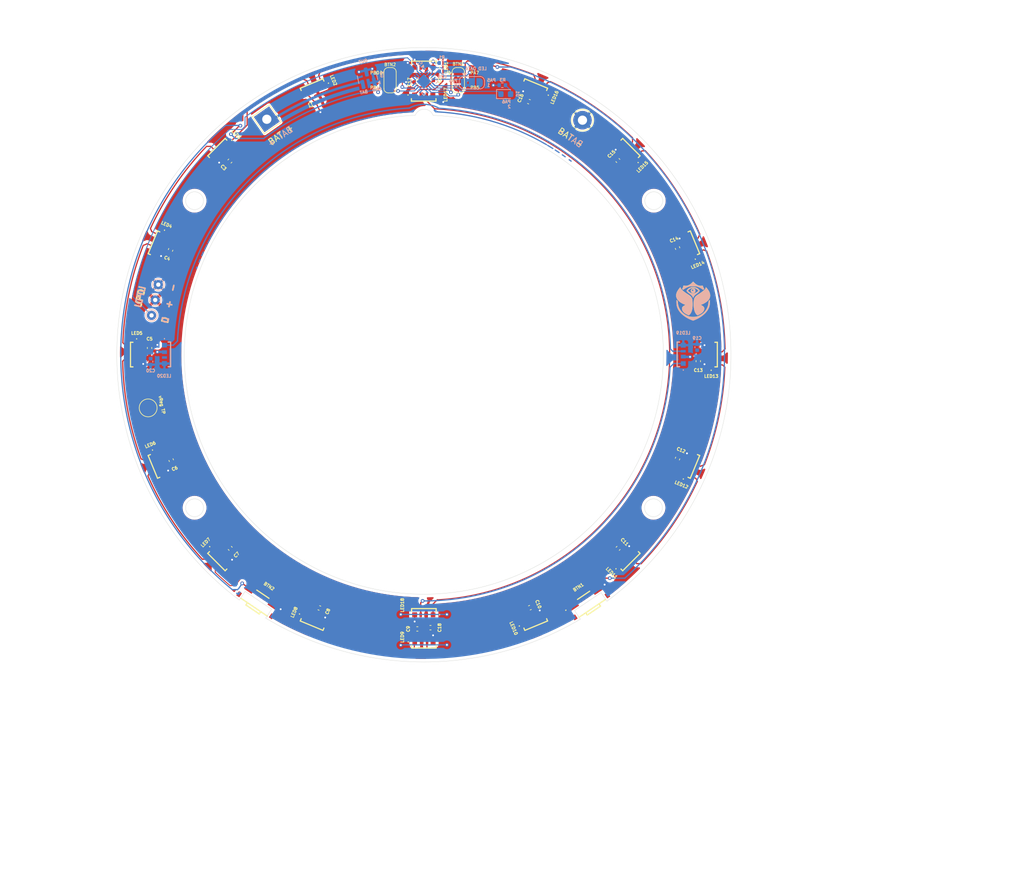
<source format=kicad_pcb>
(kicad_pcb (version 20240108) (generator "pcbnew") (generator_version "8.0")
  (layers (0 "F.Cu" signal) (31 "B.Cu" signal) (34 "B.Paste" user) (35 "F.Paste" user) (36 "B.SilkS" user "B.Silkscreen") (37 "F.SilkS" user "F.Silkscreen") (38 "B.Mask" user) (39 "F.Mask" user) (44 "Edge.Cuts" user))
  (net 0 "")
  (net 1 "GND")
  (net 2 "vReg")
  (net 3 "Net-(D1-K)")
  (net 4 "Net-(D1-A)")
  (net 5 "LEDDAT-O1")
  (net 6 "LEDDAT-O2")
  (net 7 "Net-(JP1-C)")
  (net 8 "Net-(JP2-C)")
  (net 9 "BTN1-O1")
  (net 10 "BTN1-O2")
  (net 11 "Net-(JP3-C)")
  (net 12 "BTN2-O1")
  (net 13 "BTN2-O2")
  (net 14 "Net-(LED1-DOUT)")
  (net 15 "LEDDAT")
  (net 16 "Net-(LED2-DOUT)")
  (net 17 "Net-(LED3-DOUT)")
  (net 18 "Net-(LED4-DOUT)")
  (net 19 "Net-(LED5-DOUT)")
  (net 20 "Net-(LED6-DOUT)")
  (net 21 "Net-(LED7-DOUT)")
  (net 22 "Net-(LED8-DOUT)")
  (net 23 "Net-(LED10-DIN)")
  (net 24 "Net-(LED10-DOUT)")
  (net 25 "Net-(LED11-DOUT)")
  (net 26 "Net-(LED12-DOUT)")
  (net 27 "Net-(LED13-DOUT)")
  (net 28 "Net-(LED14-DOUT)")
  (net 29 "Net-(LED15-DOUT)")
  (net 30 "Net-(LED16-DOUT)")
  (net 31 "Net-(LED17-DOUT)")
  (net 32 "Net-(LED18-DOUT)")
  (net 33 "Net-(LED19-DOUT)")
  (net 34 "UPDI")
  (net 35 "+BATT")
  (footprint "Capacitor_SMD:C_0402_1005Metric" (layer "F.Cu") (at 151.48 62.7)
    (property "Reference" "C1")
    (property "Value" "0.1uF" (hide yes))
  )
  (footprint "SamacSys:4691" (layer "F.Cu") (at 150.4 149.65 180)
    (property "Reference" "LED18")
    (property "Value" "4691" (hide yes))
  )
  (footprint "SamacSys:SKSNLAE010" (layer "F.Cu") (at 177.095152 147.544555 34)
    (property "Reference" "SW1" (hide yes))
    (property "Value" "SW_Push" (hide yes))
  )
  (footprint "Capacitor_SMD:C_0402_1005Metric" (layer "F.Cu") (at 109.2 90.3 -112.5)
    (property "Reference" "C4")
    (property "Value" "0.1uF" (hide yes))
  )
  (footprint "Capacitor_SMD:C_0402_1005Metric" (layer "F.Cu") (at 118.85 75.85 -135)
    (property "Reference" "C3")
    (property "Value" "0.1uF" (hide yes))
  )
  (footprint "Capacitor_SMD:C_0402_1005Metric" (layer "F.Cu") (at 167.65 148.5 22.5)
    (property "Reference" "C10")
    (property "Value" "0.1uF" (hide yes))
  )
  (footprint "SamacSys:4691" (layer "F.Cu") (at 183.45183 140.374863 45)
    (property "Reference" "LED11")
    (property "Value" "4691" (hide yes))
  )
  (footprint "SamacSys:4691" (layer "F.Cu") (at 150.372 65.1)
    (property "Reference" "LED17")
    (property "Value" "4691" (hide yes))
  )
  (footprint "Capacitor_SMD:C_0402_1005Metric" (layer "F.Cu") (at 182 138.85 45)
    (property "Reference" "C11")
    (property "Value" "0.1uF" (hide yes))
  )
  (footprint "SamacSys:4691" (layer "F.Cu") (at 117.36417 74.287203 -135)
    (property "Reference" "LED3")
    (property "Value" "4691" (hide yes))
  )
  (footprint "SamacSys:4691" (layer "F.Cu") (at 168.291192 150.504878 22.5)
    (property "Reference" "LED10")
    (property "Value" "4691" (hide yes))
  )
  (footprint "Jumper:SolderJumper-3_P1.3mm_Bridged2Bar12_RoundedPad1.0x1.5mm" (layer "F.Cu") (at 156 62.7 -90)
    (property "Reference" "JP2" (hide yes))
    (property "Value" "Jumper_3_Bridged12")
  )
  (footprint "TestPoint:TestPoint_Pad_D2.5mm" (layer "F.Cu") (at 105.55 116)
    (property "Reference" "TP5" (hide yes))
    (property "Value" "TestPoint")
  )
  (footprint "Capacitor_SMD:C_0402_1005Metric" (layer "F.Cu") (at 191.666312 124.243462 67.5)
    (property "Reference" "C12")
    (property "Value" "0.1uF" (hide yes))
  )
  (footprint "SamacSys:4691" (layer "F.Cu") (at 150.408 154.062066)
    (property "Reference" "LED9")
    (property "Value" "4691" (hide yes))
  )
  (footprint "Capacitor_SMD:C_0402_1005Metric" (layer "F.Cu") (at 109.3 124.5 -67.5)
    (property "Reference" "C6")
    (property "Value" "0.1uF" (hide yes))
  )
  (footprint "SamacSys:4691" (layer "F.Cu") (at 197.139033 107.331033 90)
    (property "Reference" "LED13")
    (property "Value" "4691" (hide yes))
  )
  (footprint "SamacSys:4691" (layer "F.Cu") (at 132.524808 150.504878 -22.5)
    (property "Reference" "LED8")
    (property "Value" "4691" (hide yes))
  )
  (footprint "Capacitor_SMD:C_0402_1005Metric" (layer "F.Cu") (at 133.4 148.55 -22.5)
    (property "Reference" "C8")
    (property "Value" "0.1uF" (hide yes))
  )
  (footprint "SamacSys:4691" (layer "F.Cu") (at 107.234155 125.214225 -67.5)
    (property "Reference" "LED6")
    (property "Value" "4691" (hide yes))
  )
  (footprint "Capacitor_SMD:C_0402_1005Metric" (layer "F.Cu") (at 191.666312 90.006538 112.5)
    (property "Reference" "C14")
    (property "Value" "0.1uF" (hide yes))
  )
  (footprint "SamacSys:4691" (layer "F.Cu") (at 168.291192 64.157188 157.5)
    (property "Reference" "LED16")
    (property "Value" "4691" (hide yes))
  )
  (footprint "SamacSys:4691" (layer "F.Cu") (at 132.524808 64.157188 -157.5)
    (property "Reference" "LED2")
    (property "Value" "4691" (hide yes))
  )
  (footprint "TestPoint:TestPoint_THTPad_D3.0mm_Drill1.5mm" (layer "F.Cu") (at 176.2 69.2)
    (property "Reference" "J2" (hide yes))
    (property "Value" "Conn_01x01")
  )
  (footprint "SamacSys:4691" (layer "F.Cu") (at 193.581845 125.214225 67.5)
    (property "Reference" "LED12")
    (property "Value" "4691" (hide yes))
  )
  (footprint "SamacSys:4691" (layer "F.Cu") (at 117.36417 140.374863 -45)
    (property "Reference" "LED7")
    (property "Value" "4691" (hide yes))
  )
  (footprint "SamacSys:4691" (layer "F.Cu") (at 103.676967 107.331033 -90)
    (property "Reference" "LED5")
    (property "Value" "4691" (hide yes))
  )
  (footprint "Capacitor_SMD:C_0402_1005Metric" (layer "F.Cu") (at 118.9 138.85 -45)
    (property "Reference" "C7")
    (property "Value" "0.1uF" (hide yes))
  )
  (footprint "TestPoint:TestPoint_THTPad_3.0x3.0mm_Drill1.5mm" (layer "F.Cu") (at 124.85 69.05 35)
    (property "Reference" "J1" (hide yes))
    (property "Value" "Conn_01x01")
  )
  (footprint "SamacSys:4691" (layer "F.Cu") (at 193.581845 89.447841 112.5)
    (property "Reference" "LED14")
    (property "Value" "4691" (hide yes))
  )
  (footprint "Capacitor_SMD:C_0402_1005Metric" (layer "F.Cu") (at 181.960589 75.760589 135)
    (property "Reference" "C15")
    (property "Value" "0.1uF" (hide yes))
  )
  (footprint "Jumper:SolderJumper-3_P1.3mm_Bridged2Bar12_RoundedPad1.0x1.5mm" (layer "F.Cu") (at 144.9 62.7 -90)
    (property "Reference" "JP3" (hide yes))
    (property "Value" "Jumper_3_Bridged12")
  )
  (footprint "Capacitor_SMD:C_0402_1005Metric" (layer "F.Cu") (at 105.776967 106.259033 90)
    (property "Reference" "C5")
    (property "Value" "0.1uF" (hide yes))
  )
  (footprint "SamacSys:4691" (layer "F.Cu") (at 107.234155 89.447841 -112.5)
    (property "Reference" "LED4")
    (property "Value" "4691" (hide yes))
  )
  (footprint "Capacitor_SMD:C_0402_1005Metric" (layer "F.Cu") (at 149.3 63 180)
    (property "Reference" "C17")
    (property "Value" "0.1uF" (hide yes))
  )
  (footprint "SamacSys:4691" (layer "F.Cu") (at 150.408 60.6 180)
    (property "Reference" "LED1")
    (property "Value" "4691" (hide yes))
  )
  (footprint "SamacSys:SKSNLAE010" (layer "F.Cu") (at 123.500354 147.364449 -34)
    (property "Reference" "SW2" (hide yes))
    (property "Value" "SW_Push" (hide yes))
  )
  (footprint "SamacSys:4691" (layer "F.Cu") (at 183.45183 74.287203 135)
    (property "Reference" "LED15")
    (property "Value" "4691" (hide yes))
  )
  (footprint "Capacitor_SMD:C_0402_1005Metric" (layer "F.Cu") (at 151.472 151.75)
    (property "Reference" "C18")
    (property "Value" "0.1uF" (hide yes))
  )
  (footprint "Capacitor_SMD:C_0402_1005Metric" (layer "F.Cu") (at 149.336 151.962066 180)
    (property "Reference" "C9")
    (property "Value" "0.1uF" (hide yes))
  )
  (footprint "Capacitor_SMD:C_0402_1005Metric" (layer "F.Cu") (at 167.493462 66.183688 157.5)
    (property "Reference" "C16")
    (property "Value" "0.1uF" (hide yes))
  )
  (footprint "Capacitor_SMD:C_0402_1005Metric" (layer "F.Cu") (at 133.3 66.15 -157.5)
    (property "Reference" "C2")
    (property "Value" "0.1uF" (hide yes))
  )
  (footprint "Capacitor_SMD:C_0402_1005Metric" (layer "F.Cu") (at 195.039033 108.403033 -90)
    (property "Reference" "C13")
    (property "Value" "0.1uF" (hide yes))
  )
  (footprint "Package_DFN_QFN:VQFN-20-1EP_3x3mm_P0.4mm_EP1.7x1.7mm" (layer "B.Cu") (at 150.4 62.9 -135)
    (property "Reference" "U1" (hide yes))
    (property "Value" "ATtiny1616-M")
  )
  (footprint "Capacitor_SMD:C_0402_1005Metric" (layer "B.Cu") (at 194.85 106.128 90)
    (property "Reference" "C19")
    (property "Value" "0.1uF" (hide yes))
  )
  (footprint "TestPoint:TestPoint_THTPad_D1.5mm_Drill0.7mm" (layer "B.Cu") (at 107.2 95.95 -90)
    (property "Reference" "TP3" (hide yes))
    (property "Value" "TestPoint")
  )
  (footprint "TestPoint:TestPoint_THTPad_D1.5mm_Drill0.7mm" (layer "B.Cu") (at 106.1 100.95 -90)
    (property "Reference" "TP2" (hide yes))
    (property "Value" "TestPoint")
  )
  (footprint "SamacSys:4691" (layer "B.Cu") (at 192.6 107.293 90)
    (property "Reference" "LED19")
    (property "Value" "4691" (hide yes))
  )
  (footprint "Capacitor_SMD:C_0402_1005Metric" (layer "B.Cu") (at 153.4 61.25 180)
    (property "Reference" "C25")
    (property "Value" "0.1uF")
  )
  (footprint "LED_SMD:LED_0603_1608Metric" (layer "B.Cu") (at 163.712499 64.961249)
    (property "Reference" "D1")
    (property "Value" "Rd 2.5v@20ma")
  )
  (footprint "Jumper:SolderJumper-3_P1.3mm_Bridged2Bar12_RoundedPad1.0x1.5mm" (layer "B.Cu") (at 158.2 63.099999)
    (property "Reference" "JP1" (hide yes))
    (property "Value" "Jumper_3_Bridged12")
  )
  (footprint "SamacSys:4691" (layer "B.Cu") (at 108.2 107.292 -90)
    (property "Reference" "LED20")
    (property "Value" "4691" (hide yes))
  )
  (footprint "Resistor_SMD:R_0402_1005Metric" (layer "B.Cu") (at 163.162499 63.511249)
    (property "Reference" "R3")
    (property "Value" "55")
  )
  (footprint "Package_TO_SOT_SMD:SOT-23" (layer "B.Cu") (at 141.225843 62.280503 102)
    (property "Reference" "U2")
    (property "Value" "QX2304L36T")
  )
  (footprint "Capacitor_SMD:C_0402_1005Metric" (layer "B.Cu") (at 105.95 108.472 -90)
    (property "Reference" "C20")
    (property "Value" "0.1uF" (hide yes))
  )
  (footprint "TestPoint:TestPoint_THTPad_D1.5mm_Drill0.7mm" (layer "B.Cu") (at 106.7 98.45 -90)
    (property "Reference" "TP1" (hide yes))
    (property "Value" "TestPoint")
  )
  (footprint "Resistor_SMD:R_0402_1005Metric" (layer "B.Cu") (at 153.41 59.9 180)
    (property "Reference" "R1")
    (property "Value" "220")
  )
  (gr_line (start 133.3 61.9) (end 133.5 61.4) (stroke (width 0.2)) (layer "F.Cu") (net 14))
  (gr_line (start 118.9 144.925) (end 119.7 144.875) (stroke (width 0.15)) (layer "F.Cu") (net 21))
  (gr_line (start 167.5 152.9) (end 167.3 153.4) (stroke (width 0.2)) (layer "F.Cu") (net 23))
  (gr_arc (start 121.65 67.7) (mid 126.047136 64.860724) (end 130.721956 62.506504) (stroke (width 0.2)) (layer "F.Cu") (net 16))
  (gr_arc (start 105.922984 86.823193) (mid 109.930017 79.763241) (end 115.047531 73.461631) (stroke (width 0.2)) (layer "F.Cu") (net 17))
  (gr_line (start 133.85 148.75) (end 134.35 150.1) (stroke (width 0.2)) (layer "F.Cu") (net 1))
  (gr_line (start 194.664884 127.481832) (end 194.877016 127.976807) (stroke (width 0.2)) (layer "F.Cu") (net 25))
  (gr_line (start 127.1 148.75) (end 126 148) (stroke (width 0.2)) (layer "F.Cu") (net 1))
  (gr_arc (start 167.3 153.4) (mid 159.47446 155.558739) (end 151.39992 156.396022) (stroke (width 0.2)) (layer "F.Cu") (net 23))
  (gr_arc (start 148.410127 156.365808) (mid 140.354156 155.365519) (end 132.57384 153.049074) (stroke (width 0.2)) (layer "F.Cu") (net 22))
  (gr_line (start 108.8 126.2) (end 107.8 126.65) (stroke (width 0.2)) (layer "F.Cu") (net 1))
  (gr_line (start 191.5 89.6) (end 192 88.45) (stroke (width 0.2)) (layer "F.Cu") (net 1))
  (gr_arc (start 173.255329 150.760134) (mid 171.691203 151.547418) (end 170.1 152.278431) (stroke (width 0.15)) (layer "F.Cu") (net 24))
  (gr_line (start 169.25 148.95) (end 169.7 149.95) (stroke (width 0.2)) (layer "F.Cu") (net 1))
  (gr_line (start 182.35 138.5) (end 183.8 138.5) (stroke (width 0.2)) (layer "F.Cu") (net 1))
  (gr_arc (start 154.100484 58.543582) (mid 157.987578 58.994713) (end 161.826274 59.754607) (stroke (width 0.2)) (layer "F.Cu") (net 30))
  (gr_line (start 194.15 123.85) (end 193.2 123.4) (stroke (width 0.2)) (layer "F.Cu") (net 1))
  (gr_line (start 134.35 150.1) (end 133.95 151.05) (stroke (width 0.2)) (layer "F.Cu") (net 1))
  (gr_line (start 185.892632 74.189563) (end 186.431108 74.182998) (stroke (width 0.2)) (layer "F.Cu") (net 28))
  (gr_line (start 191.9 123.8) (end 193.2 123.4) (stroke (width 0.2)) (layer "F.Cu") (net 1))
  (gr_line (start 192 88.45) (end 193.05 88) (stroke (width 0.2)) (layer "F.Cu") (net 1))
  (gr_line (start 183.8 138.5) (end 184.55 139.3) (stroke (width 0.2)) (layer "F.Cu") (net 1))
  (gr_line (start 106.135116 87.318168) (end 105.922984 86.823193) (stroke (width 0.2)) (layer "F.Cu") (net 17))
  (gr_line (start 172.658197 147.664824) (end 172.5 148.4) (stroke (width 0.15)) (layer "F.Cu") (net 24))
  (gr_arc (start 152.15 67.351754) (mid 190.385918 107.074008) (end 152.60143 147.225912) (stroke (width 0.2)) (layer "F.Cu") (net 31))
  (gr_line (start 153.5 59.15) (end 154.1 58.55) (stroke (width 0.2)) (layer "F.Cu") (net 30))
  (gr_arc (start 199.365808 109.389873) (mid 198.365519 117.445844) (end 196.049074 125.22616) (stroke (width 0.2)) (layer "F.Cu") (net 26))
  (gr_arc (start 196.4 90.5) (mid 198.558739 98.32554) (end 199.396022 106.40008) (stroke (width 0.2)) (layer "F.Cu") (net 27))
  (gr_line (start 118.5 76.2) (end 117.1 76.1) (stroke (width 0.2)) (layer "F.Cu") (net 1))
  (gr_line (start 173.4 150.1) (end 172.5 148.4) (stroke (width 0.15)) (layer "F.Cu") (net 24))
  (gr_arc (start 170.976807 62.922984) (mid 178.036759 66.930017) (end 184.338369 72.047531) (stroke (width 0.2)) (layer "F.Cu") (net 29))
  (gr_line (start 167.05 66) (end 166.55 64.5) (stroke (width 0.2)) (layer "F.Cu") (net 1))
  (gr_arc (start 194.877016 127.976807) (mid 190.869983 135.036759) (end 185.752469 141.338369) (stroke (width 0.2)) (layer "F.Cu") (net 25))
  (gr_arc (start 179.244395 143.713531) (mid 177.163964 145.266124) (end 175 146.699999) (stroke (width 0.2)) (layer "F.Cu") (net 8))
  (gr_arc (start 114.368892 140.617002) (mid 109.379772 134.213259) (end 105.516231 127.073772) (stroke (width 0.2)) (layer "F.Cu") (net 20))
  (gr_arc (start 104.4 124.3) (mid 102.241261 116.47446) (end 101.403978 108.39992) (stroke (width 0.2)) (layer "F.Cu") (net 19))
  (gr_line (start 117.1 76.1) (end 116.3 75.35) (stroke (width 0.2)) (layer "F.Cu") (net 1))
  (gr_arc (start 118.900001 144.924999) (mid 117.665508 143.856033) (end 116.467267 142.746582) (stroke (width 0.15)) (layer "F.Cu") (net 21))
  (gr_line (start 198.980405 109.013756) (end 199.365808 109.389873) (stroke (width 0.2)) (layer "F.Cu") (net 26))
  (gr_line (start 173.25 150.75) (end 173.4 150.1) (stroke (width 0.15)) (layer "F.Cu") (net 24))
  (gr_line (start 166.55 64.5) (end 166.9 63.7) (stroke (width 0.2)) (layer "F.Cu") (net 1))
  (gr_line (start 170.481832 63.135116) (end 170.976807 62.922984) (stroke (width 0.2)) (layer "F.Cu") (net 29))
  (gr_line (start 104.9 124.5) (end 104.4 124.3) (stroke (width 0.2)) (layer "F.Cu") (net 19))
  (gr_arc (start 161.826274 59.754607) (mid 165.055968 60.646967) (end 168.217119 61.757981) (stroke (width 0.2)) (layer "F.Cu") (net 30))
  (gr_line (start 132.825 66.3) (end 133.575 67.9) (stroke (width 0.2)) (layer "F.Cu") (net 1))
  (gr_arc (start 181.349999 141.449999) (mid 177.184959 144.810357) (end 172.658197 147.664824) (stroke (width 0.15)) (layer "F.Cu") (net 24))
  (gr_line (start 101.819595 105.786244) (end 101.434192 105.410127) (stroke (width 0.2)) (layer "F.Cu") (net 18))
  (gr_arc (start 157.502003 59.55) (mid 159.941295 59.977018) (end 162.35548 60.528564) (stroke (width 0.2)) (layer "F.Cu") (net 8))
  (gr_arc (start 130.84538 148.959793) (mid 126.105062 146.373385) (end 121.7 143.249999) (stroke (width 0.15)) (layer "F.Cu") (net 21))
  (gr_line (start 175 147.55) (end 175 146.7) (stroke (width 0.2)) (layer "F.Cu") (net 8))
  (gr_line (start 168.1 148.3) (end 169.25 148.95) (stroke (width 0.2)) (layer "F.Cu") (net 1))
  (gr_line (start 179.8 144.75) (end 178.8 145.45) (stroke (width 0.2)) (layer "F.Cu") (net 1))
  (gr_arc (start 101.434192 105.410127) (mid 102.434481 97.354156) (end 104.750926 89.57384) (stroke (width 0.2)) (layer "F.Cu") (net 18))
  (gr_line (start 148.786244 155.980405) (end 148.410127 156.365808) (stroke (width 0.2)) (layer "F.Cu") (net 22))
  (gr_line (start 109 90.75) (end 107.65 91.3) (stroke (width 0.2)) (layer "F.Cu") (net 1))
  (gr_line (start 195.9 90.3) (end 196.4 90.5) (stroke (width 0.2)) (layer "F.Cu") (net 27))
  (gr_arc (start 186.431108 74.182998) (mid 191.420228 80.586741) (end 195.283769 87.726228) (stroke (width 0.2)) (layer "F.Cu") (net 28))
  (gr_arc (start 133.5 61.4) (mid 141.32554 59.241261) (end 149.40008 58.403978) (stroke (width 0.2)) (layer "F.Cu") (net 14))
  (gr_line (start 114.907368 140.610437) (end 114.368892 140.617002) (stroke (width 0.2)) (layer "F.Cu") (net 20))
  (gr_line (start 181.6 74) (end 182.4 73.2) (stroke (width 0.2)) (layer "F.Cu") (net 1))
  (gr_line (start 121 143.3) (end 121.7 143.25) (stroke (width 0.15)) (layer "F.Cu") (net 21))
  (gr_line (start 119.7 144.875) (end 121 143.3) (stroke (width 0.15)) (layer "F.Cu") (net 21))
  (gr_line (start 109.5 124.95) (end 108.8 126.2) (stroke (width 0.2)) (layer "F.Cu") (net 1))
  (gr_line (start 120.85 144.55) (end 122.05 145.4) (stroke (width 0.2)) (layer "F.Cu") (net 11))
  (gr_line (start 107.65 91.3) (end 106.6 90.85) (stroke (width 0.2)) (layer "F.Cu") (net 1))
  (gr_arc (start 152.8 67.250001) (mid 179.29615 79.465221) (end 190.511744 106.399735) (stroke (width 0.2)) (layer "B.Cu") (net 33))
  (gr_arc (start 148.03495 67.226945) (mid 150.424173 66.625646) (end 152.814345 67.223163) (stroke (width 0.2)) (layer "B.Cu") (net 33))
  (gr_arc (start 190.446433 109.381622) (mid 177.936954 136.450748) (end 150.2 147.399999) (stroke (width 0.2)) (layer "B.Cu") (net 32))
  (gr_arc (start 119.238528 145.564068) (mid 101.096376 108.060706) (end 118.15 70.05) (stroke (width 0.2)) (layer "B.Cu") (net 11))
  (gr_arc (start 125.7 69.150001) (mid 132.71089 65.43584) (end 140.260865 62.997511) (stroke (width 0.4)) (layer "B.Cu") (net 35))
  (gr_line (start 120.85 144.55) (end 120.3 145.35) (stroke (width 0.2)) (layer "B.Cu") (net 11))
  (gr_arc (start 164.499126 60.552914) (mid 198.131878 96.683063) (end 183.1 143.7) (stroke (width 0.2)) (layer "B.Cu") (net 8))
  (gr_line (start 139.85 61.35) (end 142 60.85) (stroke (width 0.4)) (layer "B.Cu") (net 2))
  (gr_arc (start 121.310495 68.713919) (mid 133.810941 61.91401) (end 147.75 59.05) (stroke (width 0.15)) (layer "B.Cu") (net 34))
  (gr_arc (start 110.317793 105.095477) (mid 121.957974 78.971668) (end 148.03495 67.226944) (stroke (width 0.2)) (layer "B.Cu") (net 33))
  (gr_arc (start 103.020769 97.804162) (mid 108.673333 82.931009) (end 118.85 70.7) (stroke (width 0.15)) (layer "B.Cu") (net 34))
  (gr_arc (start 124.334618 72.179299) (mid 132.987625 67.170139) (end 142.55 64.25) (stroke (width 0.2)) (layer "B.Cu") (net 11))
  (gr_poly (pts (xy 194.196148 95.473742) (xy 194.199651 95.476387) (xy 194.21227 95.48746) (xy 194.256968 95.529756) (xy 194.321907 95.593235) (xy 194.40024 95.671076) (xy 194.440673 95.710993) (xy 194.481074 95.748935) (xy 194.521544 95.784973) (xy 194.562181 95.819181) (xy 194.603085 95.851629) (xy 194.644355 95.882389) (xy 194.68609 95.911533) (xy 194.728389 95.939132) (xy 194.771352 95.965259) (xy 194.815078 95.989984) (xy 194.859665 96.013381) (xy 194.905214 96.035519) (xy 194.951823 96.056472) (xy 194.999591 96.07631) (xy 195.048619 96.095106) (xy 195.099004 96.11293) (xy 195.145875 96.127655) (xy 195.167937 96.133826) (xy 195.18936 96.139244) (xy 195.210348 96.143938) (xy 195.231108 96.147938) (xy 195.251846 96.151273) (xy 195.27277 96.153974) (xy 195.294083 96.15607) (xy 195.315994 96.157592) (xy 195.338707 96.158568) (xy 195.36243 96.15903) (xy 195.413728 96.158527) (xy 195.471538 96.156322) (xy 195.514612 96.154232) (xy 195.556477 96.151804) (xy 195.596172 96.149146) (xy 195.632735 96.146367) (xy 195.665206 96.143576) (xy 195.692622 96.140881) (xy 195.714023 96.138391) (xy 195.728449 96.136214) (xy 195.735381 96.135147) (xy 195.741826 96.134885) (xy 195.747838 96.135518) (xy 195.753468 96.13714) (xy 195.756156 96.138349) (xy 195.758769 96.13984) (xy 195.761313 96.141624) (xy 195.763795 96.143711) (xy 195.768597 96.148844) (xy 195.773229 96.15533) (xy 195.777743 96.163261) (xy 195.782192 96.172728) (xy 195.786628 96.183824) (xy 195.791105 96.196638) (xy 195.795674 96.211263) (xy 195.80039 96.227791) (xy 195.805304 96.246312) (xy 195.810469 96.266918) (xy 195.820579 96.300777) (xy 195.831753 96.334271) (xy 195.843979 96.367376) (xy 195.857247 96.400068) (xy 195.871548 96.432322) (xy 195.88687 96.464113) (xy 195.903202 96.495417) (xy 195.920536 96.52621) (xy 195.995413 96.644743) (xy 195.930854 96.726764) (xy 195.924522 96.734855) (xy 195.918063 96.742731) (xy 195.911528 96.750349) (xy 195.904971 96.757666) (xy 195.898443 96.764641) (xy 195.891996 96.771231) (xy 195.885684 96.777394) (xy 195.879558 96.783087) (xy 195.873671 96.788269) (xy 195.868075 96.792897) (xy 195.862823 96.796929) (xy 195.857966 96.800322) (xy 195.853557 96.803035) (xy 195.849648 96.805025) (xy 195.847898 96.805736) (xy 195.846293 96.80625) (xy 195.844838 96.806563) (xy 195.843542 96.806668) (xy 195.84051 96.806131) (xy 195.836225 96.804556) (xy 195.830765 96.801997) (xy 195.824202 96.798507) (xy 195.808074 96.788948) (xy 195.788442 96.776307) (xy 195.765908 96.761012) (xy 195.741073 96.74349) (xy 195.71454 96.724171) (xy 195.686908 96.70348) (xy 195.648609 96.675309) (xy 195.607155 96.646767) (xy 195.562876 96.618025) (xy 195.516103 96.589251) (xy 195.416395 96.532286) (xy 195.310671 96.477229) (xy 195.201574 96.425433) (xy 195.091745 96.378254) (xy 195.037381 96.356819) (xy 194.983826 96.337047) (xy 194.931408 96.319106) (xy 194.880459 96.303166) (xy 194.807847 96.280832) (xy 194.744066 96.263598) (xy 194.713564 96.25669) (xy 194.682964 96.250811) (xy 194.651495 96.24588) (xy 194.618389 96.241816) (xy 194.582877 96.238536) (xy 194.54419 96.235958) (xy 194.454215 96.232584) (xy 194.342313 96.23104) (xy 194.202331 96.23067) (xy 194.06235 96.23104) (xy 193.950448 96.232584) (xy 193.903104 96.234002) (xy 193.860473 96.235958) (xy 193.821786 96.238536) (xy 193.786274 96.241816) (xy 193.753168 96.24588) (xy 193.7217 96.250811) (xy 193.691099 96.25669) (xy 193.660597 96.263598) (xy 193.629426 96.271618) (xy 193.596816 96.280832) (xy 193.524205 96.303166) (xy 193.473299 96.319149) (xy 193.420913 96.337122) (xy 193.36738 96.356917) (xy 193.31303 96.378365) (xy 193.258195 96.401299) (xy 193.203206 96.425549) (xy 193.148394 96.450948) (xy 193.094091 96.477328) (xy 193.040629 96.50452) (xy 192.988338 96.532356) (xy 192.93755 96.560668) (xy 192.888597 96.589288) (xy 192.841809 96.618047) (xy 192.797519 96.646778) (xy 192.756057 96.675312) (xy 192.717755 96.70348) (xy 192.690123 96.724159) (xy 192.663589 96.743449) (xy 192.638755 96.760928) (xy 192.616221 96.776175) (xy 192.606005 96.782829) (xy 192.596589 96.788767) (xy 192.588049 96.793936) (xy 192.580461 96.798284) (xy 192.573898 96.801757) (xy 192.568438 96.804303) (xy 192.564154 96.80587) (xy 192.562476 96.806269) (xy 192.561121 96.806403) (xy 192.559825 96.806299) (xy 192.558371 96.805988) (xy 192.555015 96.804767) (xy 192.551106 96.802777) (xy 192.546697 96.800058) (xy 192.541841 96.796645) (xy 192.536588 96.792576) (xy 192.530992 96.78789) (xy 192.525105 96.782624) (xy 192.518979 96.776815) (xy 192.512667 96.770501) (xy 192.506221 96.76372) (xy 192.499693 96.756509) (xy 192.493135 96.748905) (xy 192.4866 96.740947) (xy 192.480141 96.732672) (xy 192.473809 96.724118) (xy 192.409251 96.644743) (xy 192.471163 96.552139) (xy 192.484577 96.530646) (xy 192.497771 96.507706) (xy 192.510657 96.483563) (xy 192.523146 96.458464) (xy 192.535147 96.432653) (xy 192.546573 96.406376) (xy 192.557333 96.379877) (xy 192.567339 96.353404) (xy 192.576502 96.3272) (xy 192.584732 96.301511) (xy 192.591941 96.276582) (xy 192.598039 96.252659) (xy 192.602937 96.229988) (xy 192.606546 96.208812) (xy 192.608777 96.189379) (xy 192.60954 96.171933) (xy 192.609639 96.161916) (xy 192.60997 96.153069) (xy 192.610587 96.145343) (xy 192.611018 96.141887) (xy 192.611541 96.138694) (xy 192.612162 96.135759) (xy 192.612886 96.133074) (xy 192.613722 96.130636) (xy 192.614675 96.128438) (xy 192.615752 96.126473) (xy 192.616959 96.124737) (xy 192.618304 96.123223) (xy 192.619793 96.121926) (xy 192.621432 96.12084) (xy 192.623228 96.119959) (xy 192.625187 96.119277) (xy 192.627317 96.118789) (xy 192.629623 96.118488) (xy 192.632113 96.118368) (xy 192.634793 96.118425) (xy 192.637669 96.118652) (xy 192.640748 96.119043) (xy 192.644037 96.119593) (xy 192.65127 96.121145) (xy 192.659421 96.123261) (xy 192.668542 96.125895) (xy 192.675374 96.128272) (xy 192.684165 96.130632) (xy 192.707056 96.135263) (xy 192.736073 96.139708) (xy 192.770076 96.143887) (xy 192.807924 96.147718) (xy 192.848476 96.151121) (xy 192.89059 96.154016) (xy 192.933126 96.156322) (xy 192.993954 96.15919) (xy 193.021303 96.159821) (xy 193.046988 96.159869) (xy 193.071292 96.159301) (xy 193.094502 96.15808) (xy 193.116901 96.156173) (xy 193.138773 96.153544) (xy 193.160404 96.150159) (xy 193.182077 96.145982) (xy 193.204077 96.140978) (xy 193.226689 96.135114) (xy 193.250197 96.128354) (xy 193.274886 96.120662) (xy 193.328942 96.102347) (xy 193.378515 96.084744) (xy 193.426157 96.06648) (xy 193.472058 96.047434) (xy 193.516408 96.027487) (xy 193.559397 96.006516) (xy 193.601214 95.984401) (xy 193.64205 95.961021) (xy 193.682095 95.936255) (xy 193.721538 95.909982) (xy 193.76057 95.882082) (xy 193.79938 95.852432) (xy 193.838158 95.820913) (xy 193.877094 95.787404) (xy 193.916378 95.751783) (xy 193.956201 95.713929) (xy 193.996751 95.673722) (xy 194.071611 95.597216) (xy 194.134069 95.533956) (xy 194.194395 95.473168) (xy 194.194659 95.473168)) (stroke (width -0.000001)) (fill solid) (layer "B.SilkS"))
  (gr_poly (pts (xy 192.134349 96.361903) (xy 192.13418 96.362089) (xy 192.134084 96.361638)) (stroke (width -0.000001)) (fill solid) (layer "B.SilkS"))
  (gr_poly (pts (xy 196.270845 96.386774) (xy 196.274031 96.387395) (xy 196.277655 96.388771) (xy 196.281747 96.390923) (xy 196.286335 96.393869) (xy 196.291449 96.397626) (xy 196.297118 96.402215) (xy 196.30337 96.407654) (xy 196.310235 96.41396) (xy 196.325919 96.429252) (xy 196.344403 96.44824) (xy 196.36592 96.471073) (xy 196.390701 96.497899) (xy 196.423753 96.534627) (xy 196.458081 96.575098) (xy 196.493331 96.618778) (xy 196.529148 96.665133) (xy 196.601065 96.763725) (xy 196.670994 96.866596) (xy 196.736098 96.969468) (xy 196.765955 97.019566) (xy 196.793541 97.06806) (xy 196.818503 97.114414) (xy 196.840486 97.158095) (xy 196.859135 97.198566) (xy 196.874095 97.235293) (xy 196.902925 97.318752) (xy 196.926798 97.400609) (xy 196.9457 97.480942) (xy 196.959617 97.559829) (xy 196.968534 97.637349) (xy 196.972437 97.71358) (xy 196.971312 97.7886) (xy 196.965144 97.862488) (xy 196.953919 97.935321) (xy 196.937623 98.007179) (xy 196.916241 98.078139) (xy 196.889759 98.148279) (xy 196.858162 98.217679) (xy 196.821437 98.286415) (xy 196.779569 98.354568) (xy 196.732543 98.422214) (xy 196.690717 98.475692) (xy 196.644369 98.529062) (xy 196.593729 98.582169) (xy 196.539025 98.634856) (xy 196.480485 98.686966) (xy 196.418338 98.738343) (xy 196.352814 98.788831) (xy 196.28414 98.838271) (xy 196.212545 98.886509) (xy 196.138258 98.933387) (xy 196.061508 98.978749) (xy 195.982523 99.022438) (xy 195.901532 99.064297) (xy 195.818764 99.104171) (xy 195.734446 99.141902) (xy 195.648809 99.177335) (xy 195.626968 99.185542) (xy 195.605766 99.193754) (xy 195.58531 99.201916) (xy 195.565705 99.209969) (xy 195.547059 99.217859) (xy 195.529477 99.225527) (xy 195.513066 99.232918) (xy 195.497931 99.239975) (xy 195.484179 99.246641) (xy 195.471916 99.25286) (xy 195.461248 99.258575) (xy 195.452282 99.263729) (xy 195.445123 99.268267) (xy 195.439878 99.272131) (xy 195.438007 99.273793) (xy 195.436654 99.275265) (xy 195.435832 99.27654) (xy 195.435555 99.277612) (xy 195.435651 99.278354) (xy 195.435937 99.27914) (xy 195.437062 99.280835) (xy 195.438895 99.282678) (xy 195.441405 99.284648) (xy 195.444558 99.286727) (xy 195.448322 99.288895) (xy 195.452663 99.291132) (xy 195.457549 99.293421) (xy 195.462946 99.29574) (xy 195.468822 99.29807) (xy 195.475144 99.300393) (xy 195.481878 99.302689) (xy 195.488992 99.304939) (xy 195.496453 99.307122) (xy 195.504228 99.30922) (xy 195.512284 99.311214) (xy 195.536367 99.317746) (xy 195.563062 99.327502) (xy 195.591905 99.340159) (xy 195.622434 99.355395) (xy 195.654184 99.372887) (xy 195.686692 99.392311) (xy 195.719495 99.413346) (xy 195.752129 99.435667) (xy 195.78413 99.458953) (xy 195.815036 99.48288) (xy 195.844381 99.507126) (xy 195.871704 99.531368) (xy 195.89654 99.555282) (xy 195.918426 99.578547) (xy 195.936898 99.600838) (xy 195.951492 99.621834) (xy 195.960251 99.63605) (xy 195.96819 99.649906) (xy 195.97534 99.663528) (xy 195.981733 99.677041) (xy 195.987399 99.69057) (xy 195.992369 99.704239) (xy 195.996673 99.718173) (xy 196.000341 99.732496) (xy 196.003405 99.747335) (xy 196.005895 99.762813) (xy 196.007841 99.779055) (xy 196.009275 99.796187) (xy 196.010227 99.814332) (xy 196.010727 99.833616) (xy 196.010806 99.854163) (xy 196.010495 99.876099) (xy 196.007026 99.942512) (xy 195.997625 100.007887) (xy 195.982315 100.072194) (xy 195.961117 100.135407) (xy 195.934052 100.197498) (xy 195.901143 100.258439) (xy 195.862411 100.318201) (xy 195.817878 100.376757) (xy 195.767565 100.434079) (xy 195.711495 100.490139) (xy 195.649688 100.54491) (xy 195.582167 100.598362) (xy 195.508954 100.650469) (xy 195.430069 100.701202) (xy 195.345535 100.750534) (xy 195.255374 100.798437) (xy 195.19719 100.827475) (xy 195.140842 100.854483) (xy 195.087719 100.878892) (xy 195.039209 100.900136) (xy 194.996702 100.917646) (xy 194.978134 100.924824) (xy 194.961587 100.930856) (xy 194.947236 100.935671) (xy 194.935253 100.939199) (xy 194.925813 100.941367) (xy 194.919089 100.942105) (xy 194.910796 100.941436) (xy 194.901823 100.939458) (xy 194.892211 100.936218) (xy 194.882003 100.931763) (xy 194.859973 100.919394) (xy 194.836075 100.902724) (xy 194.810652 100.882125) (xy 194.784045 100.857971) (xy 194.756599 100.830634) (xy 194.728654 100.800487) (xy 194.700555 100.767903) (xy 194.672643 100.733255) (xy 194.645262 100.696915) (xy 194.618753 100.659257) (xy 194.59346 100.620654) (xy 194.569725 100.581477) (xy 194.54789 100.542101) (xy 194.528299 100.502897) (xy 194.494858 100.429953) (xy 194.463887 100.353697) (xy 194.435381 100.274131) (xy 194.409336 100.191255) (xy 194.385746 100.105069) (xy 194.364607 100.015573) (xy 194.345914 99.922768) (xy 194.329663 99.826655) (xy 194.315849 99.727233) (xy 194.304468 99.624504) (xy 194.295514 99.518466) (xy 194.288983 99.409122) (xy 194.284871 99.296471) (xy 194.283173 99.180513) (xy 194.286999 98.938681) (xy 194.291411 98.830464) (xy 194.297044 98.730805) (xy 194.304101 98.639054) (xy 194.312788 98.554559) (xy 194.323306 98.47667) (xy 194.335861 98.404736) (xy 194.350656 98.338107) (xy 194.367895 98.276131) (xy 194.377495 98.246684) (xy 194.387782 98.218158) (xy 194.398782 98.190469) (xy 194.410521 98.163537) (xy 194.423024 98.13728) (xy 194.436315 98.111617) (xy 194.450422 98.086467) (xy 194.465369 98.061748) (xy 194.497887 98.013279) (xy 194.534071 97.965559) (xy 194.574127 97.917938) (xy 194.618257 97.869764) (xy 194.632601 97.854943) (xy 194.648532 97.839344) (xy 194.684494 97.806334) (xy 194.724809 97.771793) (xy 194.768144 97.736778) (xy 194.813165 97.702345) (xy 194.85854 97.669553) (xy 194.902935 97.639458) (xy 194.924349 97.625753) (xy 194.945018 97.613118) (xy 195.100695 97.515259) (xy 195.246902 97.420163) (xy 195.383566 97.327897) (xy 195.51061 97.238526) (xy 195.62796 97.152116) (xy 195.735541 97.068733) (xy 195.833279 96.988442) (xy 195.921098 96.911311) (xy 195.998925 96.837404) (xy 196.066683 96.766787) (xy 196.096763 96.732733) (xy 196.124298 96.699527) (xy 196.149279 96.667176) (xy 196.171696 96.635689) (xy 196.19154 96.605074) (xy 196.208802 96.57534) (xy 196.223471 96.546493) (xy 196.23554 96.518544) (xy 196.244998 96.491499) (xy 196.251836 96.465368) (xy 196.256045 96.440158) (xy 196.257615 96.415878) (xy 196.25779 96.41236) (xy 196.258021 96.40905) (xy 196.258315 96.405952) (xy 196.258678 96.403071) (xy 196.258887 96.401713) (xy 196.259117 96.40041) (xy 196.259367 96.399163) (xy 196.259638 96.397972) (xy 196.259932 96.396839) (xy 196.260249 96.395763) (xy 196.26059 96.394745) (xy 196.260956 96.393786) (xy 196.261347 96.392885) (xy 196.261765 96.392044) (xy 196.262209 96.391262) (xy 196.262682 96.390541) (xy 196.263184 96.389881) (xy 196.263716 96.389282) (xy 196.264278 96.388745) (xy 196.264871 96.388271) (xy 196.265496 96.387859) (xy 196.266155 96.38751) (xy 196.266847 96.387225) (xy 196.267574 96.387005) (xy 196.268336 96.386849) (xy 196.269135 96.386758) (xy 196.269971 96.386733)) (stroke (width -0.000001)) (fill solid) (layer "B.SilkS"))
  (gr_poly (pts (xy 194.205507 96.578068) (xy 194.217879 96.57874) (xy 194.230202 96.579803) (xy 194.242466 96.581253) (xy 194.254663 96.583088) (xy 194.266784 96.585306) (xy 194.27882 96.587902) (xy 194.290763 96.590876) (xy 194.302603 96.594224) (xy 194.314331 96.597943) (xy 194.32594 96.602032) (xy 194.337419 96.606486) (xy 194.34876 96.611304) (xy 194.359954 96.616483) (xy 194.370993 96.622021) (xy 194.381867 96.627914) (xy 194.392568 96.63416) (xy 194.42319 96.653404) (xy 194.451038 96.674374) (xy 194.476154 96.696917) (xy 194.498579 96.720879) (xy 194.518354 96.746107) (xy 194.535522 96.772448) (xy 194.550123 96.799749) (xy 194.562199 96.827855) (xy 194.571791 96.856615) (xy 194.578941 96.885874) (xy 194.583691 96.915481) (xy 194.586081 96.94528) (xy 194.586154 96.97512) (xy 194.583951 97.004846) (xy 194.579512 97.034306) (xy 194.572881 97.063347) (xy 194.564098 97.091814) (xy 194.553204 97.119556) (xy 194.540242 97.146418) (xy 194.525252 97.172248) (xy 194.508276 97.196892) (xy 194.489356 97.220197) (xy 194.468533 97.24201) (xy 194.445848 97.262177) (xy 194.421343 97.280546) (xy 194.39506 97.296962) (xy 194.367039 97.311273) (xy 194.337323 97.323326) (xy 194.305953 97.332967) (xy 194.27297 97.340044) (xy 194.238416 97.344402) (xy 194.202332 97.345889) (xy 194.165333 97.34435) (xy 194.129967 97.339841) (xy 194.096273 97.332523) (xy 194.06429 97.322558) (xy 194.034057 97.310107) (xy 194.005614 97.295331) (xy 193.978999 97.278393) (xy 193.954252 97.259453) (xy 193.931412 97.238672) (xy 193.910518 97.216213) (xy 193.891609 97.192237) (xy 193.874724 97.166904) (xy 193.859903 97.140377) (xy 193.847184 97.112817) (xy 193.836607 97.084386) (xy 193.828211 97.055244) (xy 193.822035 97.025553) (xy 193.818118 96.995475) (xy 193.8165 96.965171) (xy 193.817218 96.934803) (xy 193.820314 96.904531) (xy 193.824608 96.881148) (xy 193.986234 96.881148) (xy 193.986349 96.88665) (xy 193.986819 96.892196) (xy 193.987643 96.897792) (xy 193.988821 96.903448) (xy 193.990351 96.909168) (xy 193.992235 96.91496) (xy 193.99447 96.920831) (xy 193.997057 96.926789) (xy 193.999995 96.932839) (xy 194.003284 96.93899) (xy 194.010911 96.951618) (xy 194.019936 96.964731) (xy 194.030353 96.978383) (xy 194.03787 96.987332) (xy 194.045942 96.994913) (xy 194.054507 97.001174) (xy 194.063501 97.006162) (xy 194.072861 97.009925) (xy 194.082524 97.01251) (xy 194.092426 97.013965) (xy 194.102506 97.014337) (xy 194.112699 97.013674) (xy 194.122942 97.012023) (xy 194.133173 97.009432) (xy 194.143328 97.005948) (xy 194.153343 97.00162) (xy 194.163157 96.996493) (xy 194.172706 96.990617) (xy 194.181926 96.984038) (xy 194.190755 96.976804) (xy 194.199129 96.968963) (xy 194.206986 96.960561) (xy 194.214262 96.951648) (xy 194.220894 96.942269) (xy 194.226818 96.932473) (xy 194.231973 96.922307) (xy 194.236294 96.911819) (xy 194.239719 96.901056) (xy 194.242184 96.890066) (xy 194.243626 96.878896) (xy 194.243983 96.867594) (xy 194.243191 96.856207) (xy 194.241186 96.844783) (xy 194.237906 96.833369) (xy 194.233288 96.822014) (xy 194.228802 96.81283) (xy 194.223984 96.804231) (xy 194.218851 96.796218) (xy 194.21342 96.788792) (xy 194.207707 96.781955) (xy 194.201728 96.77571) (xy 194.195499 96.770056) (xy 194.189037 96.764996) (xy 194.182358 96.760531) (xy 194.175478 96.756664) (xy 194.168414 96.753394) (xy 194.161181 96.750725) (xy 194.153797 96.748657) (xy 194.146277 96.747192) (xy 194.138637 96.746332) (xy 194.130895 96.746078) (xy 194.130895 96.745814) (xy 194.123873 96.746438) (xy 194.116919 96.747402) (xy 194.110045 96.748699) (xy 194.103262 96.750323) (xy 194.096581 96.752271) (xy 194.090013 96.754535) (xy 194.08357 96.757112) (xy 194.077261 96.759995) (xy 194.071099 96.763178) (xy 194.065095 96.766658) (xy 194.059259 96.770427) (xy 194.053603 96.774482) (xy 194.048138 96.778815) (xy 194.042875 96.783423) (xy 194.037825 96.788299) (xy 194.032999 96.793439) (xy 194.022115 96.804858) (xy 194.012679 96.816036) (xy 194.008502 96.821551) (xy 194.004686 96.827027) (xy 194.001229 96.832471) (xy 193.998132 96.837889) (xy 193.995394 96.843288) (xy 193.993014 96.848676) (xy 193.990992 96.854059) (xy 193.989327 96.859444) (xy 193.98802 96.864839) (xy 193.987069 96.87025) (xy 193.986473 96.875684) (xy 193.986234 96.881148) (xy 193.824608 96.881148) (xy 193.825825 96.874518) (xy 193.833791 96.844924) (xy 193.844251 96.815912) (xy 193.857245 96.787642) (xy 193.87281 96.760276) (xy 193.890987 96.733976) (xy 193.911815 96.708902) (xy 193.935333 96.685217) (xy 193.961579 96.663082) (xy 193.990593 96.642657) (xy 194.022415 96.624105) (xy 194.032972 96.61841) (xy 194.043692 96.613079) (xy 194.054565 96.608115) (xy 194.065582 96.60352) (xy 194.076732 96.599297) (xy 194.088007 96.595449) (xy 194.099397 96.591977) (xy 194.110893 96.588883) (xy 194.122484 96.586172) (xy 194.134162 96.583844) (xy 194.145916 96.581902) (xy 194.157738 96.580348) (xy 194.169617 96.579186) (xy 194.181545 96.578417) (xy 194.193512 96.578043)) (stroke (width -0.000001)) (fill solid) (layer "B.SilkS"))
  (gr_poly (pts (xy 194.119253 96.353702) (xy 194.175409 96.354399) (xy 194.23657 96.357344) (xy 194.300721 96.362329) (xy 194.365844 96.369147) (xy 194.429926 96.377589) (xy 194.490951 96.387448) (xy 194.546903 96.398517) (xy 194.572347 96.40444) (xy 194.595768 96.410587) (xy 194.641778 96.425537) (xy 194.686997 96.442317) (xy 194.731378 96.460893) (xy 194.774869 96.48123) (xy 194.817424 96.503292) (xy 194.858991 96.527044) (xy 194.899523 96.552451) (xy 194.93897 96.579478) (xy 194.977283 96.60809) (xy 195.014413 96.638251) (xy 195.050311 96.669927) (xy 195.084928 96.703082) (xy 195.118214 96.737682) (xy 195.150121 96.773691) (xy 195.180599 96.811074) (xy 195.2096 96.849795) (xy 195.286594 96.962772) (xy 195.216744 97.063314) (xy 195.201908 97.083798) (xy 195.185344 97.1048) (xy 195.166999 97.126366) (xy 195.14682 97.148543) (xy 195.124752 97.171377) (xy 195.100742 97.194915) (xy 195.046683 97.244289) (xy 194.984216 97.297036) (xy 194.912911 97.353529) (xy 194.832343 97.414139) (xy 194.742082 97.479239) (xy 194.699275 97.509938) (xy 194.658538 97.540443) (xy 194.619834 97.570793) (xy 194.583125 97.601022) (xy 194.548372 97.631167) (xy 194.515537 97.661265) (xy 194.484583 97.691352) (xy 194.455472 97.721465) (xy 194.428165 97.75164) (xy 194.402624 97.781913) (xy 194.378813 97.812321) (xy 194.356691 97.8429) (xy 194.336223 97.873687) (xy 194.317369 97.904719) (xy 194.300091 97.936031) (xy 194.284352 97.96766) (xy 194.270025 97.9968) (xy 194.256055 98.024078) (xy 194.249314 98.036823) (xy 194.242797 98.048869) (xy 194.236547 98.060137) (xy 194.230609 98.070549) (xy 194.225028 98.080029) (xy 194.219848 98.088497) (xy 194.215113 98.095876) (xy 194.210869 98.102089) (xy 194.207159 98.107056) (xy 194.204029 98.1107) (xy 194.202696 98.112002) (xy 194.201523 98.112944) (xy 194.200518 98.113517) (xy 194.199686 98.11371) (xy 194.198675 98.1138) (xy 194.197578 98.11358) (xy 194.195138 98.11224) (xy 194.192389 98.109751) (xy 194.189351 98.106173) (xy 194.186046 98.101567) (xy 194.182496 98.095994) (xy 194.178723 98.089515) (xy 194.174749 98.082191) (xy 194.166282 98.06525) (xy 194.15727 98.045658) (xy 194.147885 98.023902) (xy 194.138302 98.000468) (xy 194.126496 97.971805) (xy 194.111443 97.941706) (xy 194.093331 97.910368) (xy 194.072351 97.877986) (xy 194.04869 97.844757) (xy 194.022538 97.810875) (xy 193.994082 97.776536) (xy 193.963512 97.741937) (xy 193.931017 97.707272) (xy 193.896785 97.672739) (xy 193.861005 97.638531) (xy 193.823866 97.604846) (xy 193.785556 97.571878) (xy 193.746265 97.539824) (xy 193.706181 97.508879) (xy 193.665492 97.479239) (xy 193.617402 97.44536) (xy 193.572274 97.41301) (xy 193.529994 97.382087) (xy 193.49045 97.352487) (xy 193.453527 97.324109) (xy 193.419112 97.29685) (xy 193.387091 97.270608) (xy 193.357352 97.245281) (xy 193.32978 97.220766) (xy 193.304261 97.196961) (xy 193.280683 97.173764) (xy 193.258931 97.151073) (xy 193.238892 97.128784) (xy 193.220453 97.106796) (xy 193.2035 97.085007) (xy 193.187919 97.063314) (xy 193.120901 96.968064) (xy 193.344553 96.968064) (xy 193.472613 97.078661) (xy 193.508535 97.107892) (xy 193.545152 97.136214) (xy 193.582447 97.163613) (xy 193.620402 97.190077) (xy 193.658999 97.215596) (xy 193.698221 97.240157) (xy 193.738051 97.263748) (xy 193.77847 97.286358) (xy 193.836553 97.317151) (xy 193.861526 97.329779) (xy 193.88451 97.340721) (xy 193.906045 97.350097) (xy 193.926675 97.358028) (xy 193.94694 97.364632) (xy 193.967382 97.370032) (xy 193.988544 97.374346) (xy 194.010967 97.377696) (xy 194.035193 97.3802) (xy 194.061764 97.38198) (xy 194.091222 97.383155) (xy 194.124108 97.383845) (xy 194.202332 97.384253) (xy 194.276402 97.383793) (xy 194.308172 97.383104) (xy 194.336943 97.382009) (xy 194.363099 97.380431) (xy 194.387023 97.378296) (xy 194.409099 97.375527) (xy 194.429709 97.372049) (xy 194.449236 97.367787) (xy 194.468065 97.362665) (xy 194.486579 97.356608) (xy 194.50516 97.349539) (xy 194.524193 97.341384) (xy 194.54406 97.332066) (xy 194.565144 97.32151) (xy 194.58783 97.309641) (xy 194.617566 97.29347) (xy 194.650448 97.274085) (xy 194.685777 97.252019) (xy 194.722855 97.227802) (xy 194.760982 97.201967) (xy 194.799459 97.175044) (xy 194.837589 97.147567) (xy 194.874672 97.120067) (xy 194.910009 97.093075) (xy 194.942902 97.067123) (xy 194.972651 97.042744) (xy 194.998559 97.020468) (xy 195.019926 97.000827) (xy 195.036053 96.984354) (xy 195.046241 96.97158) (xy 195.04889 96.966746) (xy 195.049793 96.963037) (xy 195.048942 96.95788) (xy 195.046444 96.951636) (xy 195.036844 96.936164) (xy 195.021663 96.91718) (xy 195.001568 96.895245) (xy 194.977231 96.87092) (xy 194.94932 96.844765) (xy 194.918504 96.81734) (xy 194.885454 96.789205) (xy 194.850837 96.760922) (xy 194.815324 96.733051) (xy 194.779584 96.706151) (xy 194.744286 96.680784) (xy 194.710099 96.65751) (xy 194.677694 96.636889) (xy 194.647739 96.619482) (xy 194.620903 96.605849) (xy 194.576847 96.586686) (xy 194.556047 96.578497) (xy 194.535703 96.57116) (xy 194.515544 96.564618) (xy 194.495297 96.558815) (xy 194.474691 96.553693) (xy 194.453455 96.549195) (xy 194.431316 96.545265) (xy 194.408004 96.541845) (xy 194.383246 96.538879) (xy 194.35677 96.536309) (xy 194.297581 96.532131) (xy 194.228261 96.528855) (xy 194.155765 96.527797) (xy 194.102604 96.528029) (xy 194.078897 96.528667) (xy 194.056803 96.529699) (xy 194.036095 96.531159) (xy 194.016546 96.533081) (xy 193.997929 96.535498) (xy 193.980016 96.538447) (xy 193.962581 96.541959) (xy 193.945396 96.54607) (xy 193.928234 96.550813) (xy 193.910869 96.556223) (xy 193.893072 96.562334) (xy 193.874618 96.56918) (xy 193.834826 96.585212) (xy 193.804445 96.598382) (xy 193.774003 96.612734) (xy 193.743622 96.628185) (xy 193.713419 96.644652) (xy 193.683516 96.662053) (xy 193.654032 96.680304) (xy 193.625087 96.699322) (xy 193.5968 96.719025) (xy 193.569291 96.739329) (xy 193.542681 96.760152) (xy 193.517088 96.78141) (xy 193.492633 96.803022) (xy 193.469435 96.824903) (xy 193.447614 96.84697) (xy 193.42729 96.869142) (xy 193.408582 96.891335) (xy 193.344553 96.968064) (xy 193.120901 96.968064) (xy 193.115688 96.960655) (xy 193.187919 96.857468) (xy 193.223935 96.808893) (xy 193.262576 96.762419) (xy 193.303765 96.718095) (xy 193.347422 96.675968) (xy 193.393469 96.636088) (xy 193.441829 96.598502) (xy 193.492423 96.56326) (xy 193.545173 96.53041) (xy 193.6 96.5) (xy 193.656826 96.472078) (xy 193.715573 96.446694) (xy 193.776162 96.423894) (xy 193.838516 96.403729) (xy 193.902556 96.386247) (xy 193.968203 96.371495) (xy 194.035379 96.359522) (xy 194.045813 96.358182) (xy 194.056266 96.357017) (xy 194.066735 96.356026) (xy 194.077219 96.35521) (xy 194.087714 96.35457) (xy 194.09822 96.354105) (xy 194.108734 96.353815) (xy 194.119253 96.353701)) (stroke (width -0.000001)) (fill solid) (layer "B.SilkS"))
  (gr_poly (pts (xy 192.149959 96.436251) (xy 192.165066 96.491613) (xy 192.188448 96.548839) (xy 192.22024 96.608048) (xy 192.260576 96.669361) (xy 192.309588 96.732899) (xy 192.367411 96.798782) (xy 192.434178 96.867131) (xy 192.510024 96.938066) (xy 192.595081 97.011708) (xy 192.689484 97.088177) (xy 192.793367 97.167594) (xy 192.906862 97.25008) (xy 193.030104 97.335755) (xy 193.163226 97.424739) (xy 193.459647 97.613117) (xy 193.480315 97.625752) (xy 193.501729 97.639457) (xy 193.546124 97.669552) (xy 193.591499 97.702344) (xy 193.636521 97.736777) (xy 193.679855 97.771792) (xy 193.72017 97.806333) (xy 193.738778 97.823096) (xy 193.756132 97.839343) (xy 193.772063 97.854943) (xy 193.786407 97.869763) (xy 193.830537 97.917937) (xy 193.870593 97.965558) (xy 193.906778 98.013278) (xy 193.939295 98.061747) (xy 193.968349 98.111616) (xy 193.994143 98.163536) (xy 194.016882 98.218157) (xy 194.036769 98.27613) (xy 194.054008 98.338106) (xy 194.068803 98.404736) (xy 194.081358 98.476669) (xy 194.091877 98.554558) (xy 194.100563 98.639053) (xy 194.10762 98.730805) (xy 194.113253 98.830463) (xy 194.117665 98.93868) (xy 194.120824 99.061249) (xy 194.121567 99.180513) (xy 194.119891 99.29647) (xy 194.115793 99.409121) (xy 194.109268 99.518466) (xy 194.100313 99.624503) (xy 194.088925 99.727233) (xy 194.075101 99.826655) (xy 194.058836 99.922768) (xy 194.040128 100.015573) (xy 194.018972 100.105068) (xy 193.995366 100.191255) (xy 193.969306 100.274131) (xy 193.940788 100.353697) (xy 193.909809 100.429952) (xy 193.876365 100.502896) (xy 193.856818 100.5421) (xy 193.835015 100.581477) (xy 193.811302 100.620653) (xy 193.786022 100.659257) (xy 193.759519 100.696915) (xy 193.732137 100.733255) (xy 193.704219 100.767903) (xy 193.676109 100.800487) (xy 193.648151 100.830633) (xy 193.620688 100.85797) (xy 193.594065 100.882125) (xy 193.568626 100.902723) (xy 193.556457 100.911573) (xy 193.544713 100.919394) (xy 193.533437 100.926139) (xy 193.522672 100.931762) (xy 193.51246 100.936217) (xy 193.502844 100.939457) (xy 193.493869 100.941435) (xy 193.485576 100.942105) (xy 193.478824 100.941337) (xy 193.469303 100.939084) (xy 193.442659 100.930443) (xy 193.407055 100.916809) (xy 193.3639 100.898813) (xy 193.314607 100.877083) (xy 193.260585 100.85225) (xy 193.203245 100.824943) (xy 193.143999 100.79579) (xy 193.054333 100.747918) (xy 192.97029 100.698669) (xy 192.89189 100.648065) (xy 192.819148 100.596125) (xy 192.752084 100.542869) (xy 192.690715 100.488316) (xy 192.635058 100.432487) (xy 192.585133 100.375401) (xy 192.540955 100.317077) (xy 192.521028 100.287458) (xy 192.502544 100.257537) (xy 192.485507 100.227316) (xy 192.469918 100.196798) (xy 192.455779 100.165986) (xy 192.443093 100.134882) (xy 192.431862 100.103488) (xy 192.422088 100.071808) (xy 192.413773 100.039842) (xy 192.40692 100.007595) (xy 192.401531 99.975068) (xy 192.397608 99.942264) (xy 192.395154 99.909185) (xy 192.39417 99.875834) (xy 192.393858 99.853942) (xy 192.393938 99.833427) (xy 192.394438 99.814167) (xy 192.395389 99.796037) (xy 192.396823 99.778916) (xy 192.398769 99.762678) (xy 192.401259 99.747202) (xy 192.404323 99.732364) (xy 192.407991 99.71804) (xy 192.412295 99.704108) (xy 192.417265 99.690444) (xy 192.422931 99.676925) (xy 192.429324 99.663428) (xy 192.436474 99.649829) (xy 192.444414 99.636006) (xy 192.453172 99.621834) (xy 192.467766 99.600838) (xy 192.486238 99.578547) (xy 192.508124 99.555282) (xy 192.53296 99.531367) (xy 192.560283 99.507126) (xy 192.589628 99.48288) (xy 192.620534 99.458953) (xy 192.652535 99.435667) (xy 192.685169 99.413345) (xy 192.717972 99.392311) (xy 192.75048 99.372886) (xy 192.782231 99.355395) (xy 192.812759 99.340159) (xy 192.841603 99.327501) (xy 192.868297 99.317745) (xy 192.89238 99.311214) (xy 192.900439 99.30922) (xy 192.908222 99.307122) (xy 192.915697 99.304938) (xy 192.922828 99.302689) (xy 192.929582 99.300393) (xy 192.935926 99.29807) (xy 192.941826 99.295739) (xy 192.947248 99.29342) (xy 192.952158 99.291132) (xy 192.956523 99.288894) (xy 192.960309 99.286727) (xy 192.963483 99.284648) (xy 192.964829 99.283648) (xy 192.966009 99.282677) (xy 192.96702 99.281739) (xy 192.967856 99.280835) (xy 192.968514 99.279968) (xy 192.968989 99.27914) (xy 192.969277 99.278354) (xy 192.969374 99.277611) (xy 192.968275 99.275264) (xy 192.96505 99.272131) (xy 192.959804 99.268267) (xy 192.952643 99.263729) (xy 192.932999 99.25286) (xy 192.906965 99.239975) (xy 192.875387 99.225527) (xy 192.839112 99.209969) (xy 192.798986 99.193754) (xy 192.755855 99.177334) (xy 192.67022 99.141946) (xy 192.585912 99.104247) (xy 192.503156 99.064395) (xy 192.422182 99.022549) (xy 192.343217 98.978866) (xy 192.266489 98.933503) (xy 192.192226 98.886618) (xy 192.120656 98.83837) (xy 192.052007 98.788916) (xy 191.986507 98.738413) (xy 191.924382 98.68702) (xy 191.865863 98.634893) (xy 191.811175 98.582192) (xy 191.760548 98.529073) (xy 191.714209 98.475694) (xy 191.672386 98.422214) (xy 191.62536 98.35457) (xy 191.583491 98.286426) (xy 191.546765 98.217701) (xy 191.515166 98.148316) (xy 191.48868 98.078192) (xy 191.467292 98.007248) (xy 191.450987 97.935406) (xy 191.439751 97.862587) (xy 191.433569 97.78871) (xy 191.432427 97.713696) (xy 191.436308 97.637466) (xy 191.4452 97.559941) (xy 191.459087 97.48104) (xy 191.477954 97.400685) (xy 191.501786 97.318796) (xy 191.530569 97.235293) (xy 191.545081 97.199912) (xy 191.563278 97.160606) (xy 191.584811 97.117916) (xy 191.609329 97.07238) (xy 191.665915 96.974932) (xy 191.730231 96.872582) (xy 191.79947 96.769649) (xy 191.870828 96.670453) (xy 191.906424 96.623605) (xy 191.941497 96.579312) (xy 191.975696 96.538112) (xy 192.008672 96.500545) (xy 192.13418 96.362089)) (stroke (width -0.000001)) (fill solid) (layer "B.SilkS"))
  (gr_poly (pts (xy 191.500143 98.455287) (xy 191.500142 98.455286) (xy 191.502981 98.456345) (xy 191.506602 98.458486) (xy 191.51096 98.461645) (xy 191.516005 98.465758) (xy 191.527969 98.476582) (xy 191.542112 98.490442) (xy 191.558054 98.50682) (xy 191.575412 98.525198) (xy 191.612855 98.565882) (xy 191.641059 98.599307) (xy 191.652698 98.614245) (xy 191.662869 98.628547) (xy 191.671705 98.642622) (xy 191.679335 98.656881) (xy 191.68589 98.671734) (xy 191.691502 98.68759) (xy 191.696302 98.70486) (xy 191.700421 98.723955) (xy 191.703989 98.745283) (xy 191.707138 98.769255) (xy 191.709998 98.796282) (xy 191.712701 98.826772) (xy 191.718159 98.899786) (xy 191.726634 98.999441) (xy 191.739019 99.097981) (xy 191.755246 99.19533) (xy 191.775251 99.29141) (xy 191.798967 99.386143) (xy 191.826329 99.479454) (xy 191.857271 99.571264) (xy 191.891726 99.661497) (xy 191.929629 99.750074) (xy 191.970914 99.836919) (xy 192.015515 99.921955) (xy 192.063366 100.005105) (xy 192.114401 100.08629) (xy 192.168555 100.165434) (xy 192.225762 100.242461) (xy 192.285955 100.317291) (xy 192.349069 100.389849) (xy 192.415037 100.460057) (xy 192.483795 100.527838) (xy 192.555276 100.593114) (xy 192.629414 100.655809) (xy 192.706143 100.715845) (xy 192.785398 100.773144) (xy 192.867112 100.827631) (xy 192.95122 100.879227) (xy 193.037656 100.927855) (xy 193.126353 100.973439) (xy 193.217247 101.0159) (xy 193.310271 101.055161) (xy 193.405358 101.091146) (xy 193.502445 101.123777) (xy 193.601463 101.152978) (xy 193.655853 101.165709) (xy 193.717246 101.176909) (xy 193.784633 101.186563) (xy 193.857005 101.194658) (xy 193.933354 101.201181) (xy 194.012671 101.206119) (xy 194.176171 101.211186) (xy 194.339436 101.209755) (xy 194.418458 101.206569) (xy 194.494395 101.201719) (xy 194.566237 101.195191) (xy 194.632976 101.186973) (xy 194.693603 101.177052) (xy 194.747109 101.165413) (xy 194.84805 101.13803) (xy 194.947128 101.106986) (xy 195.1394 101.034258) (xy 195.323333 100.947918) (xy 195.498335 100.848653) (xy 195.663816 100.737152) (xy 195.819183 100.614103) (xy 195.963845 100.480192) (xy 196.097211 100.33611) (xy 196.21869 100.182542) (xy 196.327689 100.020178) (xy 196.423618 99.849705) (xy 196.505885 99.671811) (xy 196.573899 99.487184) (xy 196.602376 99.392561) (xy 196.627067 99.296513) (xy 196.6479 99.199125) (xy 196.6648 99.100484) (xy 196.677693 99.000676) (xy 196.686505 98.899786) (xy 196.691793 98.825309) (xy 196.694391 98.794347) (xy 196.697162 98.766974) (xy 196.700259 98.742741) (xy 196.703834 98.721202) (xy 196.705848 98.711302) (xy 196.70804 98.701909) (xy 196.710427 98.692965) (xy 196.713029 98.684415) (xy 196.715865 98.676203) (xy 196.718955 98.668274) (xy 196.722317 98.66057) (xy 196.72597 98.653036) (xy 196.729933 98.645617) (xy 196.734227 98.638257) (xy 196.738868 98.630898) (xy 196.743878 98.623487) (xy 196.755076 98.60828) (xy 196.767975 98.592188) (xy 196.782725 98.574765) (xy 196.799482 98.555563) (xy 196.813759 98.539638) (xy 196.826772 98.525466) (xy 196.832826 98.519024) (xy 196.83859 98.513004) (xy 196.844072 98.507401) (xy 196.849281 98.502208) (xy 196.854226 98.497421) (xy 196.858916 98.493034) (xy 196.863358 98.489041) (xy 196.867561 98.485437) (xy 196.871535 98.482217) (xy 196.875288 98.479374) (xy 196.878828 98.476903) (xy 196.882164 98.474799) (xy 196.885305 98.473057) (xy 196.888259 98.47167) (xy 196.891035 98.470633) (xy 196.892359 98.470244) (xy 196.893642 98.469941) (xy 196.894884 98.469722) (xy 196.896087 98.469588) (xy 196.897252 98.469537) (xy 196.898381 98.469568) (xy 196.899473 98.469682) (xy 196.900531 98.469877) (xy 196.901554 98.470152) (xy 196.902545 98.470508) (xy 196.903505 98.470943) (xy 196.904434 98.471456) (xy 196.905334 98.472048) (xy 196.906205 98.472716) (xy 196.907049 98.473461) (xy 196.907867 98.474282) (xy 196.909428 98.476148) (xy 196.910897 98.478309) (xy 196.912283 98.48076) (xy 196.913595 98.483494) (xy 196.91484 98.486507) (xy 196.916655 98.492743) (xy 196.918231 98.502674) (xy 196.920686 98.532747) (xy 196.922235 98.574981) (xy 196.92291 98.627629) (xy 196.921761 98.757188) (xy 196.917486 98.907459) (xy 196.911131 99.051635) (xy 196.906614 99.117641) (xy 196.901074 99.180199) (xy 196.894415 99.239764) (xy 196.88654 99.296789) (xy 196.877351 99.35173) (xy 196.866753 99.405041) (xy 196.854647 99.457177) (xy 196.840938 99.508593) (xy 196.825528 99.559743) (xy 196.808321 99.611081) (xy 196.789219 99.663063) (xy 196.768126 99.716143) (xy 196.744945 99.770776) (xy 196.719578 99.827416) (xy 196.649057 99.969786) (xy 196.566845 100.110632) (xy 196.473344 100.249624) (xy 196.368955 100.386435) (xy 196.25408 100.520735) (xy 196.129121 100.652198) (xy 195.994478 100.780494) (xy 195.850554 100.905295) (xy 195.69775 101.026273) (xy 195.536467 101.1431) (xy 195.367107 101.255447) (xy 195.190071 101.362987) (xy 195.005762 101.46539) (xy 194.81458 101.562329) (xy 194.616927 101.653475) (xy 194.413205 101.738501) (xy 194.199686 101.823167) (xy 193.976378 101.738236) (xy 193.838628 101.684241) (xy 193.701169 101.62549) (xy 193.564539 101.562346) (xy 193.429278 101.495175) (xy 193.295923 101.424343) (xy 193.165014 101.350213) (xy 193.037089 101.273153) (xy 192.912687 101.193525) (xy 192.792347 101.111697) (xy 192.676607 101.028031) (xy 192.566007 100.942895) (xy 192.461085 100.856653) (xy 192.362379 100.769669) (xy 192.270429 100.68231) (xy 192.185772 100.59494) (xy 192.108949 100.507924) (xy 192.027364 100.407341) (xy 191.95208 100.30765) (xy 191.882952 100.208478) (xy 191.819838 100.109453) (xy 191.762595 100.010202) (xy 191.71108 99.910351) (xy 191.66515 99.809529) (xy 191.624662 99.707361) (xy 191.589473 99.603476) (xy 191.55944 99.4975) (xy 191.53442 99.389061) (xy 191.514269 99.277785) (xy 191.498845 99.163301) (xy 191.488006 99.045234) (xy 191.481607 98.923213) (xy 191.479505 98.796864) (xy 191.479969 98.726678) (xy 191.481279 98.661525) (xy 191.483314 98.602815) (xy 191.485955 98.551959) (xy 191.489078 98.510367) (xy 191.490784 98.493486) (xy 191.492565 98.479451) (xy 191.494407 98.468436) (xy 191.496293 98.46062) (xy 191.497249 98.457966) (xy 191.498211 98.456178) (xy 191.499176 98.455278)) (stroke (width -0.000001)) (fill solid) (layer "B.SilkS"))
  (gr_poly (pts (xy 194.199833 95.449626) (xy 194.203336 95.452271) (xy 194.215955 95.463344) (xy 194.260653 95.50564) (xy 194.325592 95.569119) (xy 194.403925 95.64696) (xy 194.444358 95.686877) (xy 194.484759 95.724819) (xy 194.525229 95.760857) (xy 194.565866 95.795065) (xy 194.60677 95.827513) (xy 194.64804 95.858273) (xy 194.689775 95.887417) (xy 194.732074 95.915016) (xy 194.775037 95.941143) (xy 194.818763 95.965868) (xy 194.86335 95.989265) (xy 194.908899 96.011403) (xy 194.955508 96.032356) (xy 195.003276 96.052194) (xy 195.052304 96.07099) (xy 195.102689 96.088814) (xy 195.14956 96.103539) (xy 195.171622 96.10971) (xy 195.193045 96.115128) (xy 195.214033 96.119822) (xy 195.234793 96.123822) (xy 195.255531 96.127157) (xy 195.276455 96.129858) (xy 195.297768 96.131954) (xy 195.319679 96.133476) (xy 195.342392 96.134452) (xy 195.366115 96.134914) (xy 195.417413 96.134411) (xy 195.475223 96.132206) (xy 195.518297 96.130116) (xy 195.560162 96.127688) (xy 195.599857 96.12503) (xy 195.63642 96.122251) (xy 195.668891 96.11946) (xy 195.696307 96.116765) (xy 195.717708 96.114275) (xy 195.732134 96.112098) (xy 195.739066 96.111031) (xy 195.745511 96.110769) (xy 195.751523 96.111402) (xy 195.757153 96.113024) (xy 195.759841 96.114233) (xy 195.762454 96.115724) (xy 195.764998 96.117508) (xy 195.76748 96.119595) (xy 195.772282 96.124728) (xy 195.776914 96.131214) (xy 195.781428 96.139145) (xy 195.785877 96.148612) (xy 195.790313 96.159708) (xy 195.79479 96.172522) (xy 195.799359 96.187147) (xy 195.804075 96.203675) (xy 195.808989 96.222196) (xy 195.814154 96.242802) (xy 195.824264 96.276661) (xy 195.835438 96.310155) (xy 195.847664 96.34326) (xy 195.860932 96.375952) (xy 195.875233 96.408206) (xy 195.890555 96.439997) (xy 195.906887 96.471301) (xy 195.924221 96.502094) (xy 195.999098 96.620627) (xy 195.934539 96.702648) (xy 195.928207 96.710739) (xy 195.921748 96.718615) (xy 195.915213 96.726233) (xy 195.908656 96.73355) (xy 195.902128 96.740525) (xy 195.895681 96.747115) (xy 195.889369 96.753278) (xy 195.883243 96.758971) (xy 195.877356 96.764153) (xy 195.87176 96.768781) (xy 195.866508 96.772813) (xy 195.861651 96.776206) (xy 195.857242 96.778919) (xy 195.853333 96.780909) (xy 195.851583 96.78162) (xy 195.849978 96.782134) (xy 195.848523 96.782447) (xy 195.847227 96.782552) (xy 195.844195 96.782015) (xy 195.83991 96.78044) (xy 195.83445 96.777881) (xy 195.827887 96.774391) (xy 195.811759 96.764832) (xy 195.792127 96.752191) (xy 195.769593 96.736896) (xy 195.744758 96.719374) (xy 195.718225 96.700055) (xy 195.690593 96.679364) (xy 195.652294 96.651193) (xy 195.61084 96.622651) (xy 195.566561 96.593909) (xy 195.519788 96.565135) (xy 195.42008 96.50817) (xy 195.314356 96.453113) (xy 195.205259 96.401317) (xy 195.09543 96.354138) (xy 195.041066 96.332703) (xy 194.987511 96.312931) (xy 194.935093 96.29499) (xy 194.884144 96.27905) (xy 194.811532 96.256716) (xy 194.747751 96.239482) (xy 194.717249 96.232574) (xy 194.686649 96.226695) (xy 194.65518 96.221764) (xy 194.622074 96.2177) (xy 194.586562 96.21442) (xy 194.547875 96.211842) (xy 194.4579 96.208468) (xy 194.345998 96.206924) (xy 194.206016 96.206554) (xy 194.066035 96.206924) (xy 193.954133 96.208468) (xy 193.906789 96.209886) (xy 193.864158 96.211842) (xy 193.825471 96.21442) (xy 193.789959 96.2177) (xy 193.756853 96.221764) (xy 193.725385 96.226695) (xy 193.694784 96.232574) (xy 193.664282 96.239482) (xy 193.633111 96.247502) (xy 193.600501 96.256716) (xy 193.52789 96.27905) (xy 193.476984 96.295033) (xy 193.424598 96.313006) (xy 193.371065 96.332801) (xy 193.316715 96.354249) (xy 193.26188 96.377183) (xy 193.206891 96.401433) (xy 193.152079 96.426832) (xy 193.097776 96.453212) (xy 193.044314 96.480404) (xy 192.992023 96.50824) (xy 192.941235 96.536552) (xy 192.892282 96.565172) (xy 192.845494 96.593931) (xy 192.801204 96.622662) (xy 192.759742 96.651196) (xy 192.72144 96.679364) (xy 192.693808 96.700043) (xy 192.667274 96.719333) (xy 192.64244 96.736812) (xy 192.619906 96.752059) (xy 192.60969 96.758713) (xy 192.600274 96.764651) (xy 192.591734 96.76982) (xy 192.584146 96.774168) (xy 192.577583 96.777641) (xy 192.572123 96.780187) (xy 192.567839 96.781754) (xy 192.566161 96.782153) (xy 192.564806 96.782287) (xy 192.56351 96.782183) (xy 192.562056 96.781872) (xy 192.5587 96.780651) (xy 192.554791 96.778661) (xy 192.550382 96.775942) (xy 192.545526 96.772529) (xy 192.540273 96.76846) (xy 192.534677 96.763774) (xy 192.52879 96.758508) (xy 192.522664 96.752699) (xy 192.516352 96.746385) (xy 192.509906 96.739604) (xy 192.503378 96.732393) (xy 192.49682 96.724789) (xy 192.490285 96.716831) (xy 192.483826 96.708556) (xy 192.477494 96.700002) (xy 192.412936 96.620627) (xy 192.474848 96.528023) (xy 192.488262 96.50653) (xy 192.501456 96.48359) (xy 192.514342 96.459447) (xy 192.526831 96.434348) (xy 192.538832 96.408537) (xy 192.550258 96.38226) (xy 192.561018 96.355761) (xy 192.571024 96.329288) (xy 192.580187 96.303084) (xy 192.588417 96.277395) (xy 192.595626 96.252466) (xy 192.601724 96.228543) (xy 192.606622 96.205872) (xy 192.610231 96.184696) (xy 192.612462 96.165263) (xy 192.613225 96.147817) (xy 192.613324 96.1378) (xy 192.613655 96.128953) (xy 192.614272 96.121227) (xy 192.614703 96.117771) (xy 192.615226 96.114578) (xy 192.615847 96.111643) (xy 192.616571 96.108958) (xy 192.617407 96.10652) (xy 192.61836 96.104322) (xy 192.619437 96.102357) (xy 192.620644 96.100621) (xy 192.621989 96.099107) (xy 192.623478 96.09781) (xy 192.625117 96.096724) (xy 192.626913 96.095843) (xy 192.628872 96.095161) (xy 192.631002 96.094673) (xy 192.633308 96.094372) (xy 192.635798 96.094252) (xy 192.638478 96.094309) (xy 192.641354 96.094536) (xy 192.644433 96.094927) (xy 192.647722 96.095477) (xy 192.654955 96.097029) (xy 192.663106 96.099145) (xy 192.672227 96.101779) (xy 192.679059 96.104156) (xy 192.68785 96.106516) (xy 192.710741 96.111147) (xy 192.739758 96.115592) (xy 192.773761 96.119771) (xy 192.811609 96.123602) (xy 192.852161 96.127005) (xy 192.894275 96.1299) (xy 192.936811 96.132206) (xy 192.997639 96.135074) (xy 193.024988 96.135705) (xy 193.050673 96.135753) (xy 193.074977 96.135185) (xy 193.098187 96.133964) (xy 193.120586 96.132057) (xy 193.142458 96.129428) (xy 193.164089 96.126043) (xy 193.185762 96.121866) (xy 193.207762 96.116862) (xy 193.230374 96.110998) (xy 193.253882 96.104238) (xy 193.278571 96.096546) (xy 193.332627 96.078231) (xy 193.3822 96.060628) (xy 193.429842 96.042364) (xy 193.475743 96.023318) (xy 193.520093 96.003371) (xy 193.563082 95.9824) (xy 193.604899 95.960285) (xy 193.645735 95.936905) (xy 193.68578 95.912139) (xy 193.725223 95.885866) (xy 193.764255 95.857966) (xy 193.803065 95.828316) (xy 193.841843 95.796797) (xy 193.880779 95.763288) (xy 193.920063 95.727667) (xy 193.959886 95.689813) (xy 194.000436 95.649606) (xy 194.075296 95.5731) (xy 194.137754 95.50984) (xy 194.19808 95.449052) (xy 194.198344 95.449052)) (stroke (width -0.000001)) (fill solid) (layer "F.SilkS"))
  (gr_poly (pts (xy 191.503828 98.431171) (xy 191.503827 98.43117) (xy 191.506666 98.432229) (xy 191.510287 98.43437) (xy 191.514645 98.437529) (xy 191.51969 98.441642) (xy 191.531654 98.452466) (xy 191.545797 98.466326) (xy 191.561739 98.482704) (xy 191.579097 98.501082) (xy 191.61654 98.541766) (xy 191.644744 98.575191) (xy 191.656383 98.590129) (xy 191.666554 98.604431) (xy 191.67539 98.618506) (xy 191.68302 98.632765) (xy 191.689575 98.647618) (xy 191.695187 98.663474) (xy 191.699987 98.680744) (xy 191.704106 98.699839) (xy 191.707674 98.721167) (xy 191.710823 98.745139) (xy 191.713683 98.772166) (xy 191.716386 98.802656) (xy 191.721844 98.87567) (xy 191.730319 98.975325) (xy 191.742704 99.073865) (xy 191.758931 99.171214) (xy 191.778936 99.267294) (xy 191.802652 99.362027) (xy 191.830014 99.455338) (xy 191.860956 99.547148) (xy 191.895411 99.637381) (xy 191.933314 99.725958) (xy 191.974599 99.812803) (xy 192.0192 99.897839) (xy 192.067051 99.980989) (xy 192.118086 100.062174) (xy 192.17224 100.141318) (xy 192.229447 100.218345) (xy 192.28964 100.293175) (xy 192.352754 100.365733) (xy 192.418722 100.435941) (xy 192.48748 100.503722) (xy 192.558961 100.568998) (xy 192.633099 100.631693) (xy 192.709828 100.691729) (xy 192.789083 100.749028) (xy 192.870797 100.803515) (xy 192.954905 100.855111) (xy 193.041341 100.903739) (xy 193.130038 100.949323) (xy 193.220932 100.991784) (xy 193.313956 101.031045) (xy 193.409043 101.06703) (xy 193.50613 101.099661) (xy 193.605148 101.128862) (xy 193.659538 101.141593) (xy 193.720931 101.152793) (xy 193.788318 101.162447) (xy 193.86069 101.170542) (xy 193.937039 101.177065) (xy 194.016356 101.182003) (xy 194.179856 101.18707) (xy 194.343121 101.185639) (xy 194.422143 101.182453) (xy 194.49808 101.177603) (xy 194.569922 101.171075) (xy 194.636661 101.162857) (xy 194.697288 101.152936) (xy 194.750794 101.141297) (xy 194.851735 101.113914) (xy 194.950813 101.08287) (xy 195.143085 101.010142) (xy 195.327018 100.923802) (xy 195.50202 100.824537) (xy 195.667501 100.713036) (xy 195.822868 100.589987) (xy 195.96753 100.456076) (xy 196.100896 100.311994) (xy 196.222375 100.158426) (xy 196.331374 99.996062) (xy 196.427303 99.825589) (xy 196.50957 99.647695) (xy 196.577584 99.463068) (xy 196.606061 99.368445) (xy 196.630752 99.272397) (xy 196.651585 99.175009) (xy 196.668485 99.076368) (xy 196.681378 98.97656) (xy 196.69019 98.87567) (xy 196.695478 98.801193) (xy 196.698076 98.770231) (xy 196.700847 98.742858) (xy 196.703944 98.718625) (xy 196.707519 98.697086) (xy 196.709533 98.687186) (xy 196.711725 98.677793) (xy 196.714112 98.668849) (xy 196.716714 98.660299) (xy 196.71955 98.652087) (xy 196.72264 98.644158) (xy 196.726002 98.636454) (xy 196.729655 98.62892) (xy 196.733618 98.621501) (xy 196.737912 98.614141) (xy 196.742553 98.606782) (xy 196.747563 98.599371) (xy 196.758761 98.584164) (xy 196.77166 98.568072) (xy 196.78641 98.550649) (xy 196.803167 98.531447) (xy 196.817444 98.515522) (xy 196.830457 98.50135) (xy 196.836511 98.494908) (xy 196.842275 98.488888) (xy 196.847757 98.483285) (xy 196.852966 98.478092) (xy 196.857911 98.473305) (xy 196.862601 98.468918) (xy 196.867043 98.464925) (xy 196.871246 98.461321) (xy 196.87522 98.458101) (xy 196.878973 98.455258) (xy 196.882513 98.452787) (xy 196.885849 98.450683) (xy 196.88899 98.448941) (xy 196.891944 98.447554) (xy 196.89472 98.446517) (xy 196.896044 98.446128) (xy 196.897327 98.445825) (xy 196.898569 98.445606) (xy 196.899772 98.445472) (xy 196.900937 98.445421) (xy 196.902066 98.445452) (xy 196.903158 98.445566) (xy 196.904216 98.445761) (xy 196.905239 98.446036) (xy 196.90623 98.446392) (xy 196.90719 98.446827) (xy 196.908119 98.44734) (xy 196.909019 98.447932) (xy 196.90989 98.4486) (xy 196.910734 98.449345) (xy 196.911552 98.450166) (xy 196.913113 98.452032) (xy 196.914582 98.454193) (xy 196.915968 98.456644) (xy 196.91728 98.459378) (xy 196.918525 98.462391) (xy 196.92034 98.468627) (xy 196.921916 98.478558) (xy 196.924371 98.508631) (xy 196.92592 98.550865) (xy 196.926595 98.603513) (xy 196.925446 98.733072) (xy 196.921171 98.883343) (xy 196.914816 99.027519) (xy 196.910299 99.093525) (xy 196.904759 99.156083) (xy 196.8981 99.215648) (xy 196.890225 99.272673) (xy 196.881036 99.327614) (xy 196.870438 99.380925) (xy 196.858332 99.433061) (xy 196.844623 99.484477) (xy 196.829213 99.535627) (xy 196.812006 99.586965) (xy 196.792904 99.638947) (xy 196.771811 99.692027) (xy 196.74863 99.74666) (xy 196.723263 99.8033) (xy 196.652742 99.94567) (xy 196.57053 100.086516) (xy 196.477029 100.225508) (xy 196.37264 100.362319) (xy 196.257765 100.496619) (xy 196.132806 100.628082) (xy 195.998163 100.756378) (xy 195.854239 100.881179) (xy 195.701435 101.002157) (xy 195.540152 101.118984) (xy 195.370792 101.231331) (xy 195.193756 101.338871) (xy 195.009447 101.441274) (xy 194.818265 101.538213) (xy 194.620612 101.629359) (xy 194.41689 101.714385) (xy 194.203371 101.799051) (xy 193.980063 101.71412) (xy 193.842313 101.660125) (xy 193.704854 101.601374) (xy 193.568224 101.53823) (xy 193.432963 101.471059) (xy 193.299608 101.400227) (xy 193.168699 101.326097) (xy 193.040774 101.249037) (xy 192.916372 101.169409) (xy 192.796032 101.087581) (xy 192.680292 101.003915) (xy 192.569692 100.918779) (xy 192.46477 100.832537) (xy 192.366064 100.745553) (xy 192.274114 100.658194) (xy 192.189457 100.570824) (xy 192.112634 100.483808) (xy 192.031049 100.383225) (xy 191.955765 100.283534) (xy 191.886637 100.184362) (xy 191.823523 100.085337) (xy 191.76628 99.986086) (xy 191.714765 99.886235) (xy 191.668835 99.785413) (xy 191.628347 99.683245) (xy 191.593158 99.57936) (xy 191.563125 99.473384) (xy 191.538105 99.364945) (xy 191.517954 99.253669) (xy 191.50253 99.139185) (xy 191.491691 99.021118) (xy 191.485292 98.899097) (xy 191.48319 98.772748) (xy 191.483654 98.702562) (xy 191.484964 98.637409) (xy 191.486999 98.578699) (xy 191.48964 98.527843) (xy 191.492763 98.486251) (xy 191.494469 98.46937) (xy 191.49625 98.455335) (xy 191.498092 98.44432) (xy 191.499978 98.436504) (xy 191.500934 98.43385) (xy 191.501896 98.432062) (xy 191.502861 98.431162)) (stroke (width -0.000001)) (fill solid) (layer "F.SilkS"))
  (gr_poly (pts (xy 196.27453 96.362658) (xy 196.277716 96.363279) (xy 196.28134 96.364655) (xy 196.285432 96.366807) (xy 196.29002 96.369753) (xy 196.295134 96.37351) (xy 196.300803 96.378099) (xy 196.307055 96.383538) (xy 196.31392 96.389844) (xy 196.329604 96.405136) (xy 196.348088 96.424124) (xy 196.369605 96.446957) (xy 196.394386 96.473783) (xy 196.427438 96.510511) (xy 196.461766 96.550982) (xy 196.497016 96.594662) (xy 196.532833 96.641017) (xy 196.60475 96.739609) (xy 196.674679 96.84248) (xy 196.739783 96.945352) (xy 196.76964 96.99545) (xy 196.797226 97.043944) (xy 196.822188 97.090298) (xy 196.844171 97.133979) (xy 196.86282 97.17445) (xy 196.87778 97.211177) (xy 196.90661 97.294636) (xy 196.930483 97.376493) (xy 196.949385 97.456826) (xy 196.963302 97.535713) (xy 196.972219 97.613233) (xy 196.976122 97.689464) (xy 196.974997 97.764484) (xy 196.968829 97.838372) (xy 196.957604 97.911205) (xy 196.941308 97.983063) (xy 196.919926 98.054023) (xy 196.893444 98.124163) (xy 196.861847 98.193563) (xy 196.825122 98.262299) (xy 196.783254 98.330452) (xy 196.736228 98.398098) (xy 196.694402 98.451576) (xy 196.648054 98.504946) (xy 196.597414 98.558053) (xy 196.54271 98.61074) (xy 196.48417 98.66285) (xy 196.422023 98.714227) (xy 196.356499 98.764715) (xy 196.287825 98.814155) (xy 196.21623 98.862393) (xy 196.141943 98.909271) (xy 196.065193 98.954633) (xy 195.986208 98.998322) (xy 195.905217 99.040181) (xy 195.822449 99.080055) (xy 195.738131 99.117786) (xy 195.652494 99.153219) (xy 195.630653 99.161426) (xy 195.609451 99.169638) (xy 195.588995 99.1778) (xy 195.56939 99.185853) (xy 195.550744 99.193743) (xy 195.533162 99.201411) (xy 195.516751 99.208802) (xy 195.501616 99.215859) (xy 195.487864 99.222525) (xy 195.475601 99.228744) (xy 195.464933 99.234459) (xy 195.455967 99.239613) (xy 195.448808 99.244151) (xy 195.443563 99.248015) (xy 195.441692 99.249677) (xy 195.440339 99.251149) (xy 195.439517 99.252424) (xy 195.43924 99.253496) (xy 195.439336 99.254238) (xy 195.439622 99.255024) (xy 195.440747 99.256719) (xy 195.44258 99.258562) (xy 195.44509 99.260532) (xy 195.448243 99.262611) (xy 195.452007 99.264779) (xy 195.456348 99.267016) (xy 195.461234 99.269305) (xy 195.466631 99.271624) (xy 195.472507 99.273954) (xy 195.478829 99.276277) (xy 195.485563 99.278573) (xy 195.492677 99.280823) (xy 195.500138 99.283006) (xy 195.507913 99.285104) (xy 195.515969 99.287098) (xy 195.540052 99.29363) (xy 195.566747 99.303386) (xy 195.59559 99.316043) (xy 195.626119 99.331279) (xy 195.657869 99.348771) (xy 195.690377 99.368195) (xy 195.72318 99.38923) (xy 195.755814 99.411551) (xy 195.787815 99.434837) (xy 195.818721 99.458764) (xy 195.848066 99.48301) (xy 195.875389 99.507252) (xy 195.900225 99.531166) (xy 195.922111 99.554431) (xy 195.940583 99.576722) (xy 195.955177 99.597718) (xy 195.963936 99.611934) (xy 195.971875 99.62579) (xy 195.979025 99.639412) (xy 195.985418 99.652925) (xy 195.991084 99.666454) (xy 195.996054 99.680123) (xy 196.000358 99.694057) (xy 196.004026 99.70838) (xy 196.00709 99.723219) (xy 196.00958 99.738697) (xy 196.011526 99.754939) (xy 196.01296 99.772071) (xy 196.013912 99.790216) (xy 196.014412 99.8095) (xy 196.014491 99.830047) (xy 196.01418 99.851983) (xy 196.010711 99.918396) (xy 196.00131 99.983771) (xy 195.986 100.048078) (xy 195.964802 100.111291) (xy 195.937737 100.173382) (xy 195.904828 100.234323) (xy 195.866096 100.294085) (xy 195.821563 100.352641) (xy 195.77125 100.409963) (xy 195.71518 100.466023) (xy 195.653373 100.520794) (xy 195.585852 100.574246) (xy 195.512639 100.626353) (xy 195.433754 100.677086) (xy 195.34922 100.726418) (xy 195.259059 100.774321) (xy 195.200875 100.803359) (xy 195.144527 100.830367) (xy 195.091404 100.854776) (xy 195.042894 100.87602) (xy 195.000387 100.89353) (xy 194.981819 100.900708) (xy 194.965272 100.90674) (xy 194.950921 100.911555) (xy 194.938938 100.915083) (xy 194.929498 100.917251) (xy 194.922774 100.917989) (xy 194.914481 100.91732) (xy 194.905508 100.915342) (xy 194.895896 100.912102) (xy 194.885688 100.907647) (xy 194.863658 100.895278) (xy 194.83976 100.878608) (xy 194.814337 100.858009) (xy 194.78773 100.833855) (xy 194.760284 100.806518) (xy 194.732339 100.776371) (xy 194.70424 100.743787) (xy 194.676328 100.709139) (xy 194.648947 100.672799) (xy 194.622438 100.635141) (xy 194.597145 100.596538) (xy 194.57341 100.557361) (xy 194.551575 100.517985) (xy 194.531984 100.478781) (xy 194.498543 100.405837) (xy 194.467572 100.329581) (xy 194.439066 100.250015) (xy 194.413021 100.167139) (xy 194.389431 100.080953) (xy 194.368292 99.991457) (xy 194.349599 99.898652) (xy 194.333348 99.802539) (xy 194.319534 99.703117) (xy 194.308153 99.600388) (xy 194.299199 99.49435) (xy 194.292668 99.385006) (xy 194.288556 99.272355) (xy 194.286858 99.156397) (xy 194.290684 98.914565) (xy 194.295096 98.806348) (xy 194.300729 98.706689) (xy 194.307786 98.614938) (xy 194.316473 98.530443) (xy 194.326991 98.452554) (xy 194.339546 98.38062) (xy 194.354341 98.313991) (xy 194.37158 98.252015) (xy 194.38118 98.222568) (xy 194.391467 98.194042) (xy 194.402467 98.166353) (xy 194.414206 98.139421) (xy 194.426709 98.113164) (xy 194.44 98.087501) (xy 194.454107 98.062351) (xy 194.469054 98.037632) (xy 194.501572 97.989163) (xy 194.537756 97.941443) (xy 194.577812 97.893822) (xy 194.621942 97.845648) (xy 194.636286 97.830827) (xy 194.652217 97.815228) (xy 194.688179 97.782218) (xy 194.728494 97.747677) (xy 194.771829 97.712662) (xy 194.81685 97.678229) (xy 194.862225 97.645437) (xy 194.90662 97.615342) (xy 194.928034 97.601637) (xy 194.948703 97.589002) (xy 195.10438 97.491143) (xy 195.250587 97.396047) (xy 195.387251 97.303781) (xy 195.514295 97.21441) (xy 195.631645 97.128) (xy 195.739226 97.044617) (xy 195.836964 96.964326) (xy 195.924783 96.887195) (xy 196.00261 96.813288) (xy 196.070368 96.742671) (xy 196.100448 96.708617) (xy 196.127983 96.675411) (xy 196.152964 96.64306) (xy 196.175381 96.611573) (xy 196.195225 96.580958) (xy 196.212487 96.551224) (xy 196.227156 96.522377) (xy 196.239225 96.494428) (xy 196.248683 96.467383) (xy 196.255521 96.441252) (xy 196.25973 96.416042) (xy 196.2613 96.391762) (xy 196.261475 96.388244) (xy 196.261706 96.384934) (xy 196.262 96.381836) (xy 196.262363 96.378955) (xy 196.262572 96.377597) (xy 196.262802 96.376294) (xy 196.263052 96.375047) (xy 196.263323 96.373856) (xy 196.263617 96.372723) (xy 196.263934 96.371647) (xy 196.264275 96.370629) (xy 196.264641 96.36967) (xy 196.265032 96.368769) (xy 196.26545 96.367928) (xy 196.265894 96.367146) (xy 196.266367 96.366425) (xy 196.266869 96.365765) (xy 196.267401 96.365166) (xy 196.267963 96.364629) (xy 196.268556 96.364155) (xy 196.269181 96.363743) (xy 196.26984 96.363394) (xy 196.270532 96.363109) (xy 196.271259 96.362889) (xy 196.272021 96.362733) (xy 196.27282 96.362642) (xy 196.273656 96.362617)) (stroke (width -0.000001)) (fill solid) (layer "F.SilkS"))
  (gr_poly (pts (xy 194.122938 96.329586) (xy 194.179094 96.330283) (xy 194.240255 96.333228) (xy 194.304406 96.338213) (xy 194.369529 96.345031) (xy 194.433611 96.353473) (xy 194.494636 96.363332) (xy 194.550588 96.374401) (xy 194.576032 96.380324) (xy 194.599453 96.386471) (xy 194.645463 96.401421) (xy 194.690682 96.418201) (xy 194.735063 96.436777) (xy 194.778554 96.457114) (xy 194.821109 96.479176) (xy 194.862676 96.502928) (xy 194.903208 96.528335) (xy 194.942655 96.555362) (xy 194.980968 96.583974) (xy 195.018098 96.614135) (xy 195.053996 96.645811) (xy 195.088613 96.678966) (xy 195.121899 96.713566) (xy 195.153806 96.749575) (xy 195.184284 96.786958) (xy 195.213285 96.825679) (xy 195.290279 96.938656) (xy 195.220429 97.039198) (xy 195.205593 97.059682) (xy 195.189029 97.080684) (xy 195.170684 97.10225) (xy 195.150505 97.124427) (xy 195.128437 97.147261) (xy 195.104427 97.170799) (xy 195.050368 97.220173) (xy 194.987901 97.27292) (xy 194.916596 97.329413) (xy 194.836028 97.390023) (xy 194.745767 97.455123) (xy 194.70296 97.485822) (xy 194.662223 97.516327) (xy 194.623519 97.546677) (xy 194.58681 97.576906) (xy 194.552057 97.607051) (xy 194.519222 97.637149) (xy 194.488268 97.667236) (xy 194.459157 97.697349) (xy 194.43185 97.727524) (xy 194.406309 97.757797) (xy 194.382498 97.788205) (xy 194.360376 97.818784) (xy 194.339908 97.849571) (xy 194.321054 97.880603) (xy 194.303776 97.911915) (xy 194.288037 97.943544) (xy 194.27371 97.972684) (xy 194.25974 97.999962) (xy 194.252999 98.012707) (xy 194.246482 98.024753) (xy 194.240232 98.036021) (xy 194.234294 98.046433) (xy 194.228713 98.055913) (xy 194.223533 98.064381) (xy 194.218798 98.07176) (xy 194.214554 98.077973) (xy 194.210844 98.08294) (xy 194.207714 98.086584) (xy 194.206381 98.087886) (xy 194.205208 98.088828) (xy 194.204203 98.089401) (xy 194.203371 98.089594) (xy 194.20236 98.089684) (xy 194.201263 98.089464) (xy 194.198823 98.088124) (xy 194.196074 98.085635) (xy 194.193036 98.082057) (xy 194.189731 98.077451) (xy 194.186181 98.071878) (xy 194.182408 98.065399) (xy 194.178434 98.058075) (xy 194.169967 98.041134) (xy 194.160955 98.021542) (xy 194.15157 97.999786) (xy 194.141987 97.976352) (xy 194.130181 97.947689) (xy 194.115128 97.91759) (xy 194.097016 97.886252) (xy 194.076036 97.85387) (xy 194.052375 97.820641) (xy 194.026223 97.786759) (xy 193.997767 97.75242) (xy 193.967197 97.717821) (xy 193.934702 97.683156) (xy 193.90047 97.648623) (xy 193.86469 97.614415) (xy 193.827551 97.58073) (xy 193.789241 97.547762) (xy 193.74995 97.515708) (xy 193.709866 97.484763) (xy 193.669177 97.455123) (xy 193.621087 97.421244) (xy 193.575959 97.388894) (xy 193.533679 97.357971) (xy 193.494135 97.328371) (xy 193.457212 97.299993) (xy 193.422797 97.272734) (xy 193.390776 97.246492) (xy 193.361037 97.221165) (xy 193.333465 97.19665) (xy 193.307946 97.172845) (xy 193.284368 97.149648) (xy 193.262616 97.126957) (xy 193.242577 97.104668) (xy 193.224138 97.08268) (xy 193.207185 97.060891) (xy 193.191604 97.039198) (xy 193.124586 96.943948) (xy 193.348238 96.943948) (xy 193.476298 97.054545) (xy 193.51222 97.083776) (xy 193.548837 97.112098) (xy 193.586132 97.139497) (xy 193.624087 97.165961) (xy 193.662684 97.19148) (xy 193.701906 97.216041) (xy 193.741736 97.239632) (xy 193.782155 97.262242) (xy 193.840238 97.293035) (xy 193.865211 97.305663) (xy 193.888195 97.316605) (xy 193.90973 97.325981) (xy 193.93036 97.333912) (xy 193.950625 97.340516) (xy 193.971067 97.345916) (xy 193.992229 97.35023) (xy 194.014652 97.35358) (xy 194.038878 97.356084) (xy 194.065449 97.357864) (xy 194.094907 97.359039) (xy 194.127793 97.359729) (xy 194.206017 97.360137) (xy 194.280087 97.359677) (xy 194.311857 97.358988) (xy 194.340628 97.357893) (xy 194.366784 97.356315) (xy 194.390708 97.35418) (xy 194.412784 97.351411) (xy 194.433394 97.347933) (xy 194.452921 97.343671) (xy 194.47175 97.338549) (xy 194.490264 97.332492) (xy 194.508845 97.325423) (xy 194.527878 97.317268) (xy 194.547745 97.30795) (xy 194.568829 97.297394) (xy 194.591515 97.285525) (xy 194.621251 97.269354) (xy 194.654133 97.249969) (xy 194.689462 97.227903) (xy 194.72654 97.203686) (xy 194.764667 97.177851) (xy 194.803144 97.150928) (xy 194.841274 97.123451) (xy 194.878357 97.095951) (xy 194.913694 97.068959) (xy 194.946587 97.043007) (xy 194.976336 97.018628) (xy 195.002244 96.996352) (xy 195.023611 96.976711) (xy 195.039738 96.960238) (xy 195.049926 96.947464) (xy 195.052575 96.94263) (xy 195.053478 96.938921) (xy 195.052627 96.933764) (xy 195.050129 96.92752) (xy 195.040529 96.912048) (xy 195.025348 96.893064) (xy 195.005253 96.871129) (xy 194.980916 96.846804) (xy 194.953005 96.820649) (xy 194.922189 96.793224) (xy 194.889139 96.765089) (xy 194.854522 96.736806) (xy 194.819009 96.708935) (xy 194.783269 96.682035) (xy 194.747971 96.656668) (xy 194.713784 96.633394) (xy 194.681379 96.612773) (xy 194.651424 96.595366) (xy 194.624588 96.581733) (xy 194.580532 96.56257) (xy 194.559732 96.554381) (xy 194.539388 96.547044) (xy 194.519229 96.540502) (xy 194.498982 96.534699) (xy 194.478376 96.529577) (xy 194.45714 96.525079) (xy 194.435001 96.521149) (xy 194.411689 96.517729) (xy 194.386931 96.514763) (xy 194.360455 96.512193) (xy 194.301266 96.508015) (xy 194.231946 96.504739) (xy 194.15945 96.503681) (xy 194.106289 96.503913) (xy 194.082582 96.504551) (xy 194.060488 96.505583) (xy 194.03978 96.507043) (xy 194.020231 96.508965) (xy 194.001614 96.511382) (xy 193.983701 96.514331) (xy 193.966266 96.517843) (xy 193.949081 96.521954) (xy 193.931919 96.526697) (xy 193.914554 96.532107) (xy 193.896757 96.538218) (xy 193.878303 96.545064) (xy 193.838511 96.561096) (xy 193.80813 96.574266) (xy 193.777688 96.588618) (xy 193.747307 96.604069) (xy 193.717104 96.620536) (xy 193.687201 96.637937) (xy 193.657717 96.656188) (xy 193.628772 96.675206) (xy 193.600485 96.694909) (xy 193.572976 96.715213) (xy 193.546366 96.736036) (xy 193.520773 96.757294) (xy 193.496318 96.778906) (xy 193.47312 96.800787) (xy 193.451299 96.822854) (xy 193.430975 96.845026) (xy 193.412267 96.867219) (xy 193.348238 96.943948) (xy 193.124586 96.943948) (xy 193.119373 96.936539) (xy 193.191604 96.833352) (xy 193.22762 96.784777) (xy 193.266261 96.738303) (xy 193.30745 96.693979) (xy 193.351107 96.651852) (xy 193.397154 96.611972) (xy 193.445514 96.574386) (xy 193.496108 96.539144) (xy 193.548858 96.506294) (xy 193.603685 96.475884) (xy 193.660511 96.447962) (xy 193.719258 96.422578) (xy 193.779847 96.399778) (xy 193.842201 96.379613) (xy 193.906241 96.362131) (xy 193.971888 96.347379) (xy 194.039064 96.335406) (xy 194.049498 96.334066) (xy 194.059951 96.332901) (xy 194.07042 96.33191) (xy 194.080904 96.331094) (xy 194.091399 96.330454) (xy 194.101905 96.329989) (xy 194.112419 96.329699) (xy 194.122938 96.329585)) (stroke (width -0.000001)) (fill solid) (layer "F.SilkS"))
  (gr_poly (pts (xy 192.138034 96.337787) (xy 192.137865 96.337973) (xy 192.137769 96.337522)) (stroke (width -0.000001)) (fill solid) (layer "F.SilkS"))
  (gr_poly (pts (xy 192.153644 96.412135) (xy 192.168751 96.467497) (xy 192.192133 96.524723) (xy 192.223925 96.583932) (xy 192.264261 96.645245) (xy 192.313273 96.708783) (xy 192.371096 96.774666) (xy 192.437863 96.843015) (xy 192.513709 96.91395) (xy 192.598766 96.987592) (xy 192.693169 97.064061) (xy 192.797052 97.143478) (xy 192.910547 97.225964) (xy 193.033789 97.311639) (xy 193.166911 97.400623) (xy 193.463332 97.589001) (xy 193.484 97.601636) (xy 193.505414 97.615341) (xy 193.549809 97.645436) (xy 193.595184 97.678228) (xy 193.640206 97.712661) (xy 193.68354 97.747676) (xy 193.723855 97.782217) (xy 193.742463 97.79898) (xy 193.759817 97.815227) (xy 193.775748 97.830827) (xy 193.790092 97.845647) (xy 193.834222 97.893821) (xy 193.874278 97.941442) (xy 193.910463 97.989162) (xy 193.94298 98.037631) (xy 193.972034 98.0875) (xy 193.997828 98.13942) (xy 194.020567 98.194041) (xy 194.040454 98.252014) (xy 194.057693 98.31399) (xy 194.072488 98.38062) (xy 194.085043 98.452553) (xy 194.095562 98.530442) (xy 194.104248 98.614937) (xy 194.111305 98.706689) (xy 194.116938 98.806347) (xy 194.12135 98.914564) (xy 194.124509 99.037133) (xy 194.125252 99.156397) (xy 194.123576 99.272354) (xy 194.119478 99.385005) (xy 194.112953 99.49435) (xy 194.103998 99.600387) (xy 194.09261 99.703117) (xy 194.078786 99.802539) (xy 194.062521 99.898652) (xy 194.043813 99.991457) (xy 194.022657 100.080952) (xy 193.999051 100.167139) (xy 193.972991 100.250015) (xy 193.944473 100.329581) (xy 193.913494 100.405836) (xy 193.88005 100.47878) (xy 193.860503 100.517984) (xy 193.8387 100.557361) (xy 193.814987 100.596537) (xy 193.789707 100.635141) (xy 193.763204 100.672799) (xy 193.735822 100.709139) (xy 193.707904 100.743787) (xy 193.679794 100.776371) (xy 193.651836 100.806517) (xy 193.624373 100.833854) (xy 193.59775 100.858009) (xy 193.572311 100.878607) (xy 193.560142 100.887457) (xy 193.548398 100.895278) (xy 193.537122 100.902023) (xy 193.526357 100.907646) (xy 193.516145 100.912101) (xy 193.506529 100.915341) (xy 193.497554 100.917319) (xy 193.489261 100.917989) (xy 193.482509 100.917221) (xy 193.472988 100.914968) (xy 193.446344 100.906327) (xy 193.41074 100.892693) (xy 193.367585 100.874697) (xy 193.318292 100.852967) (xy 193.26427 100.828134) (xy 193.20693 100.800827) (xy 193.147684 100.771674) (xy 193.058018 100.723802) (xy 192.973975 100.674553) (xy 192.895575 100.623949) (xy 192.822833 100.572009) (xy 192.755769 100.518753) (xy 192.6944 100.4642) (xy 192.638743 100.408371) (xy 192.588818 100.351285) (xy 192.54464 100.292961) (xy 192.524713 100.263342) (xy 192.506229 100.233421) (xy 192.489192 100.2032) (xy 192.473603 100.172682) (xy 192.459464 100.14187) (xy 192.446778 100.110766) (xy 192.435547 100.079372) (xy 192.425773 100.047692) (xy 192.417458 100.015726) (xy 192.410605 99.983479) (xy 192.405216 99.950952) (xy 192.401293 99.918148) (xy 192.398839 99.885069) (xy 192.397855 99.851718) (xy 192.397543 99.829826) (xy 192.397623 99.809311) (xy 192.398123 99.790051) (xy 192.399074 99.771921) (xy 192.400508 99.7548) (xy 192.402454 99.738562) (xy 192.404944 99.723086) (xy 192.408008 99.708248) (xy 192.411676 99.693924) (xy 192.41598 99.679992) (xy 192.42095 99.666328) (xy 192.426616 99.652809) (xy 192.433009 99.639312) (xy 192.440159 99.625713) (xy 192.448099 99.61189) (xy 192.456857 99.597718) (xy 192.471451 99.576722) (xy 192.489923 99.554431) (xy 192.511809 99.531166) (xy 192.536645 99.507251) (xy 192.563968 99.48301) (xy 192.593313 99.458764) (xy 192.624219 99.434837) (xy 192.65622 99.411551) (xy 192.688854 99.389229) (xy 192.721657 99.368195) (xy 192.754165 99.34877) (xy 192.785916 99.331279) (xy 192.816444 99.316043) (xy 192.845288 99.303385) (xy 192.871982 99.293629) (xy 192.896065 99.287098) (xy 192.904124 99.285104) (xy 192.911907 99.283006) (xy 192.919382 99.280822) (xy 192.926513 99.278573) (xy 192.933267 99.276277) (xy 192.939611 99.273954) (xy 192.945511 99.271623) (xy 192.950933 99.269304) (xy 192.955843 99.267016) (xy 192.960208 99.264778) (xy 192.963994 99.262611) (xy 192.967168 99.260532) (xy 192.968514 99.259532) (xy 192.969694 99.258561) (xy 192.970705 99.257623) (xy 192.971541 99.256719) (xy 192.972199 99.255852) (xy 192.972674 99.255024) (xy 192.972962 99.254238) (xy 192.973059 99.253495) (xy 192.97196 99.251148) (xy 192.968735 99.248015) (xy 192.963489 99.244151) (xy 192.956328 99.239613) (xy 192.936684 99.228744) (xy 192.91065 99.215859) (xy 192.879072 99.201411) (xy 192.842797 99.185853) (xy 192.802671 99.169638) (xy 192.75954 99.153218) (xy 192.673905 99.11783) (xy 192.589597 99.080131) (xy 192.506841 99.040279) (xy 192.425867 98.998433) (xy 192.346902 98.95475) (xy 192.270174 98.909387) (xy 192.195911 98.862502) (xy 192.124341 98.814254) (xy 192.055692 98.7648) (xy 191.990192 98.714297) (xy 191.928067 98.662904) (xy 191.869548 98.610777) (xy 191.81486 98.558076) (xy 191.764233 98.504957) (xy 191.717894 98.451578) (xy 191.676071 98.398098) (xy 191.629045 98.330454) (xy 191.587176 98.26231) (xy 191.55045 98.193585) (xy 191.518851 98.1242) (xy 191.492365 98.054076) (xy 191.470977 97.983132) (xy 191.454672 97.91129) (xy 191.443436 97.838471) (xy 191.437254 97.764594) (xy 191.436112 97.68958) (xy 191.439993 97.61335) (xy 191.448885 97.535825) (xy 191.462772 97.456924) (xy 191.481639 97.376569) (xy 191.505471 97.29468) (xy 191.534254 97.211177) (xy 191.548766 97.175796) (xy 191.566963 97.13649) (xy 191.588496 97.0938) (xy 191.613014 97.048264) (xy 191.6696 96.950816) (xy 191.733916 96.848466) (xy 191.803155 96.745533) (xy 191.874513 96.646337) (xy 191.910109 96.599489) (xy 191.945182 96.555196) (xy 191.979381 96.513996) (xy 192.012357 96.476429) (xy 192.137865 96.337973)) (stroke (width -0.000001)) (fill solid) (layer "F.SilkS"))
  (gr_poly (pts (xy 194.209192 96.553952) (xy 194.221564 96.554624) (xy 194.233887 96.555687) (xy 194.246151 96.557137) (xy 194.258348 96.558972) (xy 194.270469 96.56119) (xy 194.282505 96.563786) (xy 194.294448 96.56676) (xy 194.306288 96.570108) (xy 194.318016 96.573827) (xy 194.329625 96.577916) (xy 194.341104 96.58237) (xy 194.352445 96.587188) (xy 194.363639 96.592367) (xy 194.374678 96.597905) (xy 194.385552 96.603798) (xy 194.396253 96.610044) (xy 194.426875 96.629288) (xy 194.454723 96.650258) (xy 194.479839 96.672801) (xy 194.502264 96.696763) (xy 194.522039 96.721991) (xy 194.539207 96.748332) (xy 194.553808 96.775633) (xy 194.565884 96.803739) (xy 194.575476 96.832499) (xy 194.582626 96.861758) (xy 194.587376 96.891365) (xy 194.589766 96.921164) (xy 194.589839 96.951004) (xy 194.587636 96.98073) (xy 194.583197 97.01019) (xy 194.576566 97.039231) (xy 194.567783 97.067698) (xy 194.556889 97.09544) (xy 194.543927 97.122302) (xy 194.528937 97.148132) (xy 194.511961 97.172776) (xy 194.493041 97.196081) (xy 194.472218 97.217894) (xy 194.449533 97.238061) (xy 194.425028 97.25643) (xy 194.398745 97.272846) (xy 194.370724 97.287157) (xy 194.341008 97.29921) (xy 194.309638 97.308851) (xy 194.276655 97.315928) (xy 194.242101 97.320286) (xy 194.206017 97.321773) (xy 194.169018 97.320234) (xy 194.133652 97.315725) (xy 194.099958 97.308407) (xy 194.067975 97.298442) (xy 194.037742 97.285991) (xy 194.009299 97.271215) (xy 193.982684 97.254277) (xy 193.957937 97.235337) (xy 193.935097 97.214556) (xy 193.914203 97.192097) (xy 193.895294 97.168121) (xy 193.878409 97.142788) (xy 193.863588 97.116261) (xy 193.850869 97.088701) (xy 193.840292 97.06027) (xy 193.831896 97.031128) (xy 193.82572 97.001437) (xy 193.821803 96.971359) (xy 193.820185 96.941055) (xy 193.820903 96.910687) (xy 193.823999 96.880415) (xy 193.828293 96.857032) (xy 193.989919 96.857032) (xy 193.990034 96.862534) (xy 193.990504 96.86808) (xy 193.991328 96.873676) (xy 193.992506 96.879332) (xy 193.994036 96.885052) (xy 193.99592 96.890844) (xy 193.998155 96.896715) (xy 194.000742 96.902673) (xy 194.00368 96.908723) (xy 194.006969 96.914874) (xy 194.014596 96.927502) (xy 194.023621 96.940615) (xy 194.034038 96.954267) (xy 194.041555 96.963216) (xy 194.049627 96.970797) (xy 194.058192 96.977058) (xy 194.067186 96.982046) (xy 194.076546 96.985809) (xy 194.086209 96.988394) (xy 194.096111 96.989849) (xy 194.106191 96.990221) (xy 194.116384 96.989558) (xy 194.126627 96.987907) (xy 194.136858 96.985316) (xy 194.147013 96.981832) (xy 194.157028 96.977504) (xy 194.166842 96.972377) (xy 194.176391 96.966501) (xy 194.185611 96.959922) (xy 194.19444 96.952688) (xy 194.202814 96.944847) (xy 194.210671 96.936445) (xy 194.217947 96.927532) (xy 194.224579 96.918153) (xy 194.230503 96.908357) (xy 194.235658 96.898191) (xy 194.239979 96.887703) (xy 194.243404 96.87694) (xy 194.245869 96.86595) (xy 194.247311 96.85478) (xy 194.247668 96.843478) (xy 194.246876 96.832091) (xy 194.244871 96.820667) (xy 194.241591 96.809253) (xy 194.236973 96.797898) (xy 194.232487 96.788714) (xy 194.227669 96.780115) (xy 194.222536 96.772102) (xy 194.217105 96.764676) (xy 194.211392 96.757839) (xy 194.205413 96.751594) (xy 194.199184 96.74594) (xy 194.192722 96.74088) (xy 194.186043 96.736415) (xy 194.179163 96.732548) (xy 194.172099 96.729278) (xy 194.164866 96.726609) (xy 194.157482 96.724541) (xy 194.149962 96.723076) (xy 194.142322 96.722216) (xy 194.13458 96.721962) (xy 194.13458 96.721698) (xy 194.127558 96.722322) (xy 194.120604 96.723286) (xy 194.11373 96.724583) (xy 194.106947 96.726207) (xy 194.100266 96.728155) (xy 194.093698 96.730419) (xy 194.087255 96.732996) (xy 194.080946 96.735879) (xy 194.074784 96.739062) (xy 194.06878 96.742542) (xy 194.062944 96.746311) (xy 194.057288 96.750366) (xy 194.051823 96.754699) (xy 194.04656 96.759307) (xy 194.04151 96.764183) (xy 194.036684 96.769323) (xy 194.0258 96.780742) (xy 194.016364 96.79192) (xy 194.012187 96.797435) (xy 194.008371 96.802911) (xy 194.004914 96.808355) (xy 194.001817 96.813773) (xy 193.999079 96.819172) (xy 193.996699 96.82456) (xy 193.994677 96.829943) (xy 193.993012 96.835328) (xy 193.991705 96.840723) (xy 193.990754 96.846134) (xy 193.990158 96.851568) (xy 193.989919 96.857032) (xy 193.828293 96.857032) (xy 193.82951 96.850402) (xy 193.837476 96.820808) (xy 193.847936 96.791796) (xy 193.86093 96.763526) (xy 193.876495 96.73616) (xy 193.894672 96.70986) (xy 193.9155 96.684786) (xy 193.939018 96.661101) (xy 193.965264 96.638966) (xy 193.994278 96.618541) (xy 194.0261 96.599989) (xy 194.036657 96.594294) (xy 194.047377 96.588963) (xy 194.05825 96.583999) (xy 194.069267 96.579404) (xy 194.080417 96.575181) (xy 194.091692 96.571333) (xy 194.103082 96.567861) (xy 194.114578 96.564767) (xy 194.126169 96.562056) (xy 194.137847 96.559728) (xy 194.149601 96.557786) (xy 194.161423 96.556232) (xy 194.173302 96.55507) (xy 194.18523 96.554301) (xy 194.197197 96.553927)) (stroke (width -0.000001)) (fill solid) (layer "F.SilkS"))
  (gr_line (start 174.911694 148.957006) (end 175.862322 150.36637) (stroke (width 0.05)) (layer "Edge.Cuts"))
  (gr_circle (center 187.8 82.3) (end 189.25 82.3) (stroke (width 0.05)) (fill none) (layer "Edge.Cuts"))
  (gr_line (start 180.179662 147.450132) (end 179.222689 146.049203) (stroke (width 0.05)) (layer "Edge.Cuts"))
  (gr_arc (start 120.376683 147.258565) (mid 150.566353 57.390372) (end 180.179662 147.450132) (stroke (width 0.05)) (layer "Edge.Cuts"))
  (gr_arc (start 151.899245 68.419607) (mid 150.353353 146.309223) (end 148.993985 68.416128) (stroke (width 0.05)) (layer "Edge.Cuts"))
  (gr_line (start 125.638306 148.757005) (end 124.66848 150.198336) (stroke (width 0.05)) (layer "Edge.Cuts"))
  (gr_arc (start 149.001077 68.418728) (mid 150.450468 67.406748) (end 151.899245 68.419607) (stroke (width 0.05)) (layer "Edge.Cuts"))
  (gr_arc (start 175.862322 150.36637) (mid 150.242259 157.332701) (end 124.66848 150.198336) (stroke (width 0.05)) (layer "Edge.Cuts"))
  (gr_line (start 179.222689 146.049203) (end 174.911694 148.957006) (stroke (width 0.05)) (layer "Edge.Cuts"))
  (gr_line (start 120.376683 147.258565) (end 121.327311 145.849202) (stroke (width 0.05)) (layer "Edge.Cuts"))
  (gr_circle (center 187.75 132.25) (end 189.2 132.25) (stroke (width 0.05)) (fill none) (layer "Edge.Cuts"))
  (gr_line (start 121.327311 145.849202) (end 125.638306 148.757005) (stroke (width 0.05)) (layer "Edge.Cuts"))
  (gr_circle (center 113.1 132.25) (end 114.55 132.25) (stroke (width 0.05)) (fill none) (layer "Edge.Cuts"))
  (gr_circle (center 113.1 82.3) (end 114.55 82.3) (stroke (width 0.05)) (fill none) (layer "Edge.Cuts"))
  (gr_text "U1" (at 150.35 59.8 45) (layer "B.SilkS") (effects (font (size 0.5 0.5) (thickness 0.1)) (justify left bottom mirror)))
  (gr_text "PA6 \n2" (at 164.6 67.3 0) (layer "B.SilkS") (effects (font (size 0.5 0.5) (thickness 0.125) (bold yes)) (justify left bottom mirror)))
  (gr_text "LED DATA" (at 160.7 61.1 0) (layer "B.SilkS") (effects (font (size 0.5 0.5) (thickness 0.125) (bold yes)) (justify left bottom mirror)))
  (gr_text "BAT +" (at 129.35 70.95 35) (layer "B.SilkS") (effects (font (size 1 1)) (justify left bottom mirror)))
  (gr_text "PA5\n1" (at 160.6 63.8 0) (layer "B.SilkS") (effects (font (size 0.5 0.5) (thickness 0.125) (bold yes)) (justify right bottom mirror)))
  (gr_text "GND  BAT " (at 143.65 64.3 12) (layer "B.SilkS") (effects (font (size 0.5 0.5) (thickness 0.125) (bold yes)) (justify left bottom mirror)))
  (gr_text "PA4\n0" (at 155.95 63.9 0) (layer "B.SilkS") (effects (font (size 0.5 0.5) (thickness 0.125) (bold yes)) (justify left bottom mirror)))
  (gr_text "BAT -" (at 175.85 73.85 326) (layer "B.SilkS") (effects (font (size 1 1)) (justify left bottom mirror)))
  (gr_text "UPDI\n\n\n-  +  D" (at 109.55 99.15 77) (layer "B.SilkS") (effects (font (size 1 1) (thickness 0.25) (bold yes)) (justify bottom mirror)))
  (gr_text "OUT" (at 141.35 59.75 12) (layer "B.SilkS") (effects (font (size 0.5 0.5) (thickness 0.125) (bold yes)) (justify left bottom mirror)))
  (gr_text "PB0\n\n\nPB1" (at 141.6 64.2 0) (layer "F.SilkS") (effects (font (size 0.5 0.5) (thickness 0.1)) (justify left bottom)))
  (gr_text "BAT -" (at 171.95 71.2 326) (layer "F.SilkS") (effects (font (size 1 1)) (justify left bottom)))
  (gr_text "BTN1" (at 155 60.35 0) (layer "F.SilkS") (effects (font (size 0.5 0.5) (thickness 0.1)) (justify left bottom)))
  (gr_text "BTN2" (at 124.2 144.7 326) (layer "F.SilkS") (effects (font (size 0.5 0.5) (thickness 0.125) (bold yes)) (justify left bottom)))
  (gr_text "BAT +" (at 125.5 73.45 35) (layer "F.SilkS") (effects (font (size 1 1)) (justify left bottom)))
  (gr_text "vReg TP" (at 107.2 114 281) (layer "F.SilkS") (effects (font (size 0.5 0.5) (thickness 0.125) (bold yes)) (justify left bottom)))
  (gr_text "BTN2" (at 143.9 60.45 0) (layer "F.SilkS") (effects (font (size 0.5 0.5) (thickness 0.1)) (justify left bottom)))
  (gr_text "PA7 \n\n\nPB5" (at 157.9 64.2 0) (layer "F.SilkS") (effects (font (size 0.5 0.5) (thickness 0.1)) (justify left bottom)))
  (gr_text "UPDI\n\n\nD  +  -" (at 109.55 99.15 77) (layer "F.SilkS") (effects (font (size 1 1) (thickness 0.25) (bold yes)) (justify bottom)))
  (gr_text "BTN1" (at 174.85 146 34) (layer "F.SilkS") (effects (font (size 0.5 0.5) (thickness 0.125) (bold yes)) (justify left bottom)))
  (segment (start 196.05 108.9) (end 195.056 108.9) (width 0.2) (layer "F.Cu") (net 1))
  (segment (start 195.056 108.9) (end 195.039033 108.883033) (width 0.2) (layer "F.Cu") (net 1))
  (segment (start 104.75 108.85) (end 103.702934 108.85) (width 0.4) (layer "F.Cu") (net 1))
  (segment (start 151.952 152.948) (end 151.9 153) (width 0.2) (layer "F.Cu") (net 1))
  (segment (start 133 66.47715) (end 132.856538 66.333688) (width 0.2) (layer "F.Cu") (net 1))
  (segment (start 131.145456 64.728534) (end 132.75061 66.333688) (width 0.2) (layer "F.Cu") (net 1))
  (segment (start 118.41988 141.430573) (end 118.469427 141.430573) (width 0.2) (layer "F.Cu") (net 1))
  (segment (start 118.469427 141.430573) (end 119.2 140.7) (width 0.2) (layer "F.Cu") (net 1))
  (segment (start 153.55 66.25) (end 153.015 66.25) (width 0.4) (layer "F.Cu") (net 1))
  (segment (start 148.856 151.962066) (end 148.856 150.794) (width 0.2) (layer "F.Cu") (net 1))
  (segment (start 150.86 63.8) (end 149.62 63.8) (width 0.2) (layer "F.Cu") (net 1))
  (segment (start 197.139033 105.838033) (end 196.088033 105.838033) (width 0.2) (layer "F.Cu") (net 1))
  (segment (start 153.015 66.25) (end 151.865 65.1) (width 0.4) (layer "F.Cu") (net 1))
  (segment (start 148.907 149.65) (end 148.907 150.743) (width 0.2) (layer "F.Cu") (net 1))
  (segment (start 119.239411 139.189411) (end 119.239411 140.660589) (width 0.2) (layer "F.Cu") (net 1))
  (segment (start 151.901 154.062066) (end 151.901 153.001) (width 0.2) (layer "F.Cu") (net 1))
  (segment (start 148.856 150.794) (end 148.9 150.75) (width 0.2) (layer "F.Cu") (net 1))
  (segment (start 107.020967 105.779033) (end 107.05 105.75) (width 0.2) (layer "F.Cu") (net 1))
  (segment (start 148.915 60.6) (end 148.915 59.365) (width 0.4) (layer "F.Cu") (net 1))
  (segment (start 148.368413 59.881587) (end 148.9 59.35) (width 0.4) (layer "F.Cu") (net 1))
  (segment (start 103.702934 108.85) (end 103.676967 108.824033) (width 0.4) (layer "F.Cu") (net 1))
  (segment (start 181.65 75.45) (end 181.65 74.05) (width 0.2) (layer "F.Cu") (net 1))
  (segment (start 119.239411 140.660589) (end 119.2 140.7) (width 0.2) (layer "F.Cu") (net 1))
  (segment (start 148.915 59.365) (end 148.9 59.35) (width 0.4) (layer "F.Cu") (net 1))
  (segment (start 151.96 62.7) (end 150.86 63.8) (width 0.2) (layer "F.Cu") (net 1))
  (segment (start 181.65 74.05) (end 181.6 74) (width 0.2) (layer "F.Cu") (net 1))
  (segment (start 132.75061 66.333688) (end 132.856538 66.333688) (width 0.2) (layer "F.Cu") (net 1))
  (segment (start 105.776967 105.779033) (end 107.020967 105.779033) (width 0.2) (layer "F.Cu") (net 1))
  (segment (start 147.768413 59.881587) (end 148.368413 59.881587) (width 0.4) (layer "F.Cu") (net 1))
  (segment (start 148.907 150.743) (end 148.9 150.75) (width 0.2) (layer "F.Cu") (net 1))
  (segment (start 149.62 63.8) (end 148.82 63) (width 0.2) (layer "F.Cu") (net 1))
  (segment (start 151.952 151.75) (end 151.952 152.948) (width 0.2) (layer "F.Cu") (net 1))
  (segment (start 148.82 63) (end 147.5 63) (width 0.2) (layer "F.Cu") (net 1))
  (segment (start 196.088033 105.838033) (end 196.05 105.8) (width 0.2) (layer "F.Cu") (net 1))
  (segment (start 151.901 153.001) (end 151.9 153) (width 0.2) (layer "F.Cu") (net 1))
  (via (at 166.55 64.5) (size 0.6) (drill 0.3) (layers "F.Cu" "B.Cu") (net 1))
  (via (at 192 88.45) (size 0.6) (drill 0.3) (layers "F.Cu" "B.Cu") (net 1))
  (via (at 183.8 138.5) (size 0.6) (drill 0.3) (layers "F.Cu" "B.Cu") (net 1))
  (via (at 134.35 150.1) (size 0.6) (drill 0.3) (layers "F.Cu" "B.Cu") (net 1))
  (via (at 196.05 108.9) (size 0.6) (drill 0.3) (layers "F.Cu" "B.Cu") (net 1))
  (via (at 127.1 148.75) (size 0.6) (drill 0.3) (layers "F.Cu" "B.Cu") (net 1))
  (via (at 153.55 66.25) (size 0.6) (drill 0.3) (layers "F.Cu" "B.Cu") (net 1))
  (via (at 107.65 91.3) (size 0.6) (drill 0.3) (layers "F.Cu" "B.Cu") (net 1))
  (via (at 179.8 144.75) (size 0.6) (drill 0.3) (layers "F.Cu" "B.Cu") (net 1))
  (via (at 169.25 148.95) (size 0.6) (drill 0.3) (layers "F.Cu" "B.Cu") (net 1))
  (via (at 147.768413 59.881587) (size 0.6) (drill 0.3) (layers "F.Cu" "B.Cu") (net 1))
  (via (at 133.575 67.9) (size 0.6) (drill 0.3) (layers "F.Cu" "B.Cu") (net 1))
  (via (at 196.05 105.8) (size 0.6) (drill 0.3) (layers "F.Cu" "B.Cu") (net 1))
  (via (at 148.9 59.35) (size 0.6) (drill 0.3) (layers "F.Cu" "B.Cu") (net 1))
  (via (at 104.75 108.85) (size 0.6) (drill 0.3) (layers "F.Cu" "B.Cu") (net 1))
  (via (at 108.8 126.2) (size 0.6) (drill 0.3) (layers "F.Cu" "B.Cu") (net 1))
  (via (at 117.1 76.1) (size 0.6) (drill 0.3) (layers "F.Cu" "B.Cu") (net 1))
  (via (at 119.2 140.7) (size 0.6) (drill 0.3) (layers "F.Cu" "B.Cu") (net 1))
  (via (at 147.5 63) (size 0.6) (drill 0.3) (layers "F.Cu" "B.Cu") (net 1))
  (via (at 148.9 150.75) (size 0.6) (drill 0.3) (layers "F.Cu" "B.Cu") (net 1))
  (via (at 107.05 105.75) (size 0.6) (drill 0.3) (layers "F.Cu" "B.Cu") (net 1))
  (via (at 151.9 153) (size 0.6) (drill 0.3) (layers "F.Cu" "B.Cu") (net 1))
  (via (at 181.6 74) (size 0.6) (drill 0.3) (layers "F.Cu" "B.Cu") (net 1))
  (via (at 193.2 123.4) (size 0.6) (drill 0.3) (layers "F.Cu" "B.Cu") (net 1))
  (segment (start 151.425305 61.874695) (end 151.77 61.53) (width 0.18) (layer "B.Cu") (net 1))
  (segment (start 152.115 60.665) (end 152.1 60.65) (width 0.15) (layer "B.Cu") (net 1))
  (segment (start 153.295 60.665) (end 152.115 60.665) (width 0.15) (layer "B.Cu") (net 1))
  (segment (start 153.88 61.25) (end 153.295 60.665) (width 0.15) (layer "B.Cu") (net 1))
  (segment (start 151.77 61.53) (end 151.77 60.97) (width 0.18) (layer "B.Cu") (net 1))
  (via (at 157.85 61.45) (size 0.6) (drill 0.3) (layers "F.Cu" "B.Cu") (net 2))
  (via (at 146.65 149.6) (size 0.6) (drill 0.3) (layers "F.Cu" "B.Cu") (net 2))
  (via (at 154.15 149.6) (size 0.6) (drill 0.3) (layers "F.Cu" "B.Cu") (net 2))
  (via (at 154.15 154.55) (size 0.6) (drill 0.3) (layers "F.Cu" "B.Cu") (net 2))
  (via (at 139.85 61.35) (size 0.6) (drill 0.3) (layers "F.Cu" "B.Cu") (net 2))
  (via (at 193.7 107.7) (size 0.6) (drill 0.3) (layers "F.Cu" "B.Cu") (net 2))
  (via (at 142 60.85) (size 0.6) (drill 0.3) (layers "F.Cu" "B.Cu") (net 2))
  (via (at 161.7 63.511249) (size 0.6) (drill 0.3) (layers "F.Cu" "B.Cu") (net 2))
  (via (at 146.65 154.6) (size 0.6) (drill 0.3) (layers "F.Cu" "B.Cu") (net 2))
  (via (at 107.05 106.9) (size 0.6) (drill 0.3) (layers "F.Cu" "B.Cu") (net 2))
  (segment (start 193.7 107.7) (end 192.64 107.7) (width 0.4) (layer "B.Cu") (net 2))
  (segment (start 162.652499 63.511248) (end 161.700001 63.511248) (width 0.15) (layer "B.Cu") (net 2))
  (segment (start 152.615683 61.25) (end 151.708146 62.157537) (width 0.18) (layer "B.Cu") (net 2))
  (segment (start 157.85 61.45) (end 157.3 62) (width 0.18) (layer "B.Cu") (net 2))
  (segment (start 146.7 154.55) (end 146.65 154.6) (width 0.18) (layer "B.Cu") (net 2))
  (segment (start 154.15 154.55) (end 146.7 154.55) (width 0.18) (layer "B.Cu") (net 2))
  (segment (start 157.3 62) (end 153.67 62) (width 0.18) (layer "B.Cu") (net 2))
  (segment (start 153.67 62) (end 152.92 61.25) (width 0.18) (layer "B.Cu") (net 2))
  (segment (start 192.64 107.7) (end 192.6 107.66) (width 0.4) (layer "B.Cu") (net 2))
  (segment (start 107.05 106.9) (end 108.175 106.9) (width 0.4) (layer "B.Cu") (net 2))
  (segment (start 152.92 61.25) (end 152.615683 61.25) (width 0.18) (layer "B.Cu") (net 2))
  (segment (start 108.175 106.9) (end 108.2 106.925) (width 0.4) (layer "B.Cu") (net 2))
  (segment (start 146.65 149.6) (end 154.15 149.6) (width 0.18) (layer "B.Cu") (net 2))
  (segment (start 151.708148 63.642462) (end 152.042767 63.977081) (width 0.15) (layer "B.Cu") (net 3))
  (segment (start 156.414077 64.509998) (end 162.473747 64.509998) (width 0.15) (layer "B.Cu") (net 3))
  (segment (start 152.342266 63.977081) (end 152.354347 63.965) (width 0.15) (layer "B.Cu") (net 3))
  (segment (start 155.869079 63.965) (end 156.414077 64.509998) (width 0.15) (layer "B.Cu") (net 3))
  (segment (start 152.354347 63.965) (end 155.869079 63.965) (width 0.15) (layer "B.Cu") (net 3))
  (segment (start 162.473747 64.509998) (end 162.924998 64.961249) (width 0.15) (layer "B.Cu") (net 3))
  (segment (start 152.042767 63.977081) (end 152.342266 63.977081) (width 0.15) (layer "B.Cu") (net 3))
  (segment (start 164.5 64.961249) (end 164.5 64.338751) (width 0.15) (layer "B.Cu") (net 4))
  (segment (start 164.5 64.338751) (end 163.672499 63.51125) (width 0.15) (layer "B.Cu") (net 4))
  (segment (start 156.9 63.099998) (end 156.350002 62.55) (width 0.18) (layer "B.Cu") (net 5))
  (segment (start 152.100609 62.55) (end 151.99099 62.440381) (width 0.18) (layer "B.Cu") (net 5))
  (segment (start 156.350002 62.55) (end 152.100609 62.55) (width 0.18) (layer "B.Cu") (net 5))
  (segment (start 156.020267 63.6) (end 156.565265 64.144998) (width 0.18) (layer "B.Cu") (net 6))
  (segment (start 152.231371 63.6) (end 156.020267 63.6) (width 0.18) (layer "B.Cu") (net 6))
  (segment (start 151.99099 63.359619) (end 152.231371 63.6) (width 0.18) (layer "B.Cu") (net 6))
  (segment (start 159.210002 64.144998) (end 159.5 63.855) (width 0.18) (layer "B.Cu") (net 6))
  (segment (start 156.565265 64.144998) (end 159.210002 64.144998) (width 0.18) (layer "B.Cu") (net 6))
  (segment (start 159.5 63.855) (end 159.5 63.1) (width 0.18) (layer "B.Cu") (net 6))
  (segment (start 151.9 63.3) (end 151.91 63.29) (width 0.18) (layer "B.Cu") (net 6))
  (segment (start 158.2 63.099999) (end 158.6 62.699999) (width 0.18) (layer "B.Cu") (net 7))
  (segment (start 158.6 61.1) (end 157.4 59.9) (width 0.18) (layer "B.Cu") (net 7))
  (segment (start 158.6 62.699999) (end 158.6 61.1) (width 0.18) (layer "B.Cu") (net 7))
  (segment (start 157.4 59.9) (end 153.92 59.9) (width 0.18) (layer "B.Cu") (net 7))
  (segment (start 156 62.7) (end 156.9 62.7) (width 0.2) (layer "F.Cu") (net 8))
  (segment (start 180.65 143.7) (end 179.286428 143.7) (width 0.2) (layer "F.Cu") (net 8))
  (segment (start 157.125 59.925) (end 157.5 59.55) (width 0.2) (layer "F.Cu") (net 8))
  (segment (start 156.9 62.7) (end 157.125 62.475) (width 0.2) (layer "F.Cu") (net 8))
  (segment (start 157.125 62.475) (end 157.125 59.925) (width 0.2) (layer "F.Cu") (net 8))
  (via (at 162.35548 60.55) (size 0.6) (drill 0.3) (layers "F.Cu" "B.Cu") (net 8))
  (via (at 180.65 143.7) (size 0.6) (drill 0.3) (layers "F.Cu" "B.Cu") (net 8))
  (segment (start 183.1 143.7) (end 180.65 143.7) (width 0.2) (layer "B.Cu") (net 8))
  (segment (start 162.35548 60.55) (end 164.5 60.55) (width 0.2) (layer "B.Cu") (net 8))
  (segment (start 154.8 61.75) (end 155.15 61.4) (width 0.15) (layer "F.Cu") (net 9))
  (segment (start 155.15 61.4) (end 156 61.4) (width 0.15) (layer "F.Cu") (net 9))
  (segment (start 154.8 64.675) (end 154.8 61.75) (width 0.15) (layer "F.Cu") (net 9))
  (via (at 154.8 64.675) (size 0.6) (drill 0.3) (layers "F.Cu" "B.Cu") (net 9))
  (segment (start 154.8 64.675) (end 154.44 64.315) (width 0.15) (layer "B.Cu") (net 9))
  (segment (start 152.499322 64.315) (end 152.487241 64.327081) (width 0.15) (layer "B.Cu") (net 9))
  (segment (start 152.487241 64.327081) (end 151.827081 64.327081) (width 0.15) (layer "B.Cu") (net 9))
  (segment (start 151.827081 64.327081) (end 151.425305 63.925305) (width 0.15) (layer "B.Cu") (net 9))
  (segment (start 154.44 64.315) (end 152.499322 64.315) (width 0.15) (layer "B.Cu") (net 9))
  (segment (start 156 65.05) (end 156 64) (width 0.15) (layer "F.Cu") (net 10))
  (via (at 156 65.05) (size 0.6) (drill 0.3) (layers "F.Cu" "B.Cu") (net 10))
  (segment (start 152.644297 64.665) (end 152.632216 64.677081) (width 0.15) (layer "B.Cu") (net 10))
  (segment (start 152.632216 64.677081) (end 151.611395 64.677081) (width 0.15) (layer "B.Cu") (net 10))
  (segment (start 151.611395 64.677081) (end 151.142462 64.208148) (width 0.15) (layer "B.Cu") (net 10))
  (segment (start 153.976827 64.665) (end 152.644297 64.665) (width 0.15) (layer "B.Cu") (net 10))
  (segment (start 156 65.05) (end 155.8 65.25) (width 0.15) (layer "B.Cu") (net 10))
  (segment (start 155.8 65.25) (end 154.561827 65.25) (width 0.15) (layer "B.Cu") (net 10))
  (segment (start 154.561827 65.25) (end 153.976827 64.665) (width 0.15) (layer "B.Cu") (net 10))
  (segment (start 120.4 70.1) (end 120.55 70.1) (width 0.2) (layer "F.Cu") (net 11))
  (segment (start 142.95 64.65) (end 142.95 64.218664) (width 0.2) (layer "F.Cu") (net 11))
  (segment (start 142.95 64.218664) (end 144.468664 62.7) (width 0.2) (layer "F.Cu") (net 11))
  (segment (start 144.468664 62.7) (end 144.9 62.7) (width 0.2) (layer "F.Cu") (net 11))
  (segment (start 119.016572 71.483428) (end 120.4 70.1) (width 0.2) (layer "F.Cu") (net 11))
  (via (at 119.016572 71.483428) (size 0.6) (drill 0.3) (layers "F.Cu" "B.Cu") (net 11))
  (via (at 120.55 70.1) (size 0.6) (drill 0.3) (layers "F.Cu" "B.Cu") (net 11))
  (via (at 120.85 144.55) (size 0.6) (drill 0.3) (layers "F.Cu" "B.Cu") (net 11))
  (via (at 142.95 64.65) (size 0.6) (drill 0.3) (layers "F.Cu" "B.Cu") (net 11))
  (segment (start 120.085932 145.564068) (end 119.238528 145.564068) (width 0.2) (layer "B.Cu") (net 11))
  (segment (start 142.95 64.65) (end 142.55 64.25) (width 0.2) (layer "B.Cu") (net 11))
  (segment (start 119.016572 71.483428) (end 119.712443 72.179299) (width 0.2) (layer "B.Cu") (net 11))
  (segment (start 120.55 70.1) (end 120.5 70.05) (width 0.2) (layer "B.Cu") (net 11))
  (segment (start 120.3 145.35) (end 120.085932 145.564068) (width 0.2) (layer "B.Cu") (net 11))
  (segment (start 119.712443 72.179299) (end 124.334618 72.179299) (width 0.2) (layer "B.Cu") (net 11))
  (segment (start 120.5 70.05) (end 118.15 70.05) (width 0.2) (layer "B.Cu") (net 11))
  (segment (start 146.9 63.8) (end 146.9 62.745) (width 0.15) (layer "F.Cu") (net 12))
  (segment (start 146.9 62.745) (end 145.655 61.5) (width 0.15) (layer "F.Cu") (net 12))
  (segment (start 145.655 61.5) (end 144.9 61.5) (width 0.15) (layer "F.Cu") (net 12))
  (via (at 146.9 63.8) (size 0.6) (drill 0.3) (layers "F.Cu" "B.Cu") (net 12))
  (segment (start 149.091852 63.642462) (end 148.757233 63.977081) (width 0.15) (layer "B.Cu") (net 12))
  (segment (start 147.077081 63.977081) (end 146.9 63.8) (width 0.15) (layer "B.Cu") (net 12))
  (segment (start 148.757233 63.977081) (end 147.077081 63.977081) (width 0.15) (layer "B.Cu") (net 12))
  (segment (start 145.25 64.45) (end 144.9 64.1) (width 0.15) (layer "F.Cu") (net 13))
  (segment (start 146.2 64.45) (end 145.25 64.45) (width 0.15) (layer "F.Cu") (net 13))
  (via (at 146.2 64.45) (size 0.6) (drill 0.3) (layers "F.Cu" "B.Cu") (net 13))
  (segment (start 149.374695 63.925305) (end 148.85 64.45) (width 0.15) (layer "B.Cu") (net 13))
  (segment (start 148.85 64.45) (end 146.2 64.45) (width 0.15) (layer "B.Cu") (net 13))
  (segment (start 149.895 58.898898) (end 149.40008 58.403978) (width 0.2) (layer "F.Cu") (net 14))
  (segment (start 151.275 59.475) (end 151.275 60.6) (width 0) (layer "F.Cu") (net 14))
  (segment (start 149.895 60.6) (end 149.895 58.898898) (width 0.2) (layer "F.Cu") (net 14))
  (segment (start 150.2 58.4) (end 151.275 59.475) (width 0) (layer "F.Cu") (net 14))
  (segment (start 133.903236 63.586224) (end 133.3 61.9) (width 0.2) (layer "F.Cu") (net 14))
  (segment (start 151.9 60.6) (end 151.9 59.65) (width 0.18) (layer "F.Cu") (net 15))
  (via (at 151.9 59.65) (size 0.6) (drill 0.3) (layers "F.Cu" "B.Cu") (net 15))
  (segment (start 152.15 59.9) (end 151.9 59.65) (width 0.18) (layer "B.Cu") (net 15))
  (segment (start 152.9 59.9) (end 152.15 59.9) (width 0.18) (layer "B.Cu") (net 15))
  (segment (start 131.372872 62.78408) (end 130.726228 62.516231) (width 0.2) (layer "F.Cu") (net 16))
  (segment (start 132.023856 64.355693) (end 131.372872 62.78408) (width 0.2) (layer "F.Cu") (net 16))
  (segment (start 121.65 70.001373) (end 118.419173 73.2322) (width 0.2) (layer "F.Cu") (net 16))
  (segment (start 121.65 67.7) (end 121.65 70.001373) (width 0.2) (layer "F.Cu") (net 16))
  (segment (start 116.950314 74.664492) (end 115.747453 73.461631) (width 0.2) (layer "F.Cu") (net 17))
  (segment (start 107.754008 88.083956) (end 106.135116 87.318168) (width 0.2) (layer "F.Cu") (net 17))
  (segment (start 115.747453 73.461631) (end 115.047531 73.461631) (width 0.2) (layer "F.Cu") (net 17))
  (segment (start 105.39757 89.305991) (end 104.750926 89.57384) (width 0.2) (layer "F.Cu") (net 18))
  (segment (start 103.608311 105.874217) (end 101.819595 105.786244) (width 0.2) (layer "F.Cu") (net 18))
  (segment (start 106.969183 89.956975) (end 105.39757 89.305991) (width 0.2) (layer "F.Cu") (net 18))
  (segment (start 103.6 107.905) (end 101.898898 107.905) (width 0.2) (layer "F.Cu") (net 19))
  (segment (start 101.898898 107.905) (end 101.403978 108.39992) (width 0.2) (layer "F.Cu") (net 19))
  (segment (start 106.586224 123.896764) (end 104.9 124.5) (width 0.2) (layer "F.Cu") (net 19))
  (segment (start 105.78408 126.427128) (end 105.516231 127.073772) (width 0.2) (layer "F.Cu") (net 20))
  (segment (start 116.234388 139.407829) (end 114.907368 140.610437) (width 0.2) (layer "F.Cu") (net 20))
  (segment (start 107.355693 125.776144) (end 105.78408 126.427128) (width 0.2) (layer "F.Cu") (net 20))
  (segment (start 131.14638 149.933914) (end 131.14638 149.260793) (width 0.15) (layer "F.Cu") (net 21))
  (segment (start 116.467267 142.046911) (end 116.467267 142.746582) (width 0.15) (layer "F.Cu") (net 21))
  (segment (start 117.664492 140.849686) (end 116.467267 142.046911) (width 0.15) (layer "F.Cu") (net 21))
  (segment (start 131.14638 149.260793) (end 130.84538 148.959793) (width 0.15) (layer "F.Cu") (net 21))
  (segment (start 132.305991 152.40243) (end 132.57384 153.049074) (width 0.2) (layer "F.Cu") (net 22))
  (segment (start 132.956975 150.830817) (end 132.305991 152.40243) (width 0.2) (layer "F.Cu") (net 22))
  (segment (start 148.874217 154.191689) (end 148.786244 155.980405) (width 0.2) (layer "F.Cu") (net 22))
  (segment (start 150.905 155.901102) (end 151.39992 156.396022) (width 0.2) (layer "F.Cu") (net 23))
  (segment (start 150.905 154.2) (end 150.905 155.901102) (width 0.2) (layer "F.Cu") (net 23))
  (segment (start 166.896764 151.213776) (end 167.5 152.9) (width 0.2) (layer "F.Cu") (net 23))
  (segment (start 169.427128 152.01592) (end 170.073772 152.283769) (width 0.15) (layer "F.Cu") (net 24))
  (segment (start 168.776144 150.444307) (end 169.427128 152.01592) (width 0.15) (layer "F.Cu") (net 24))
  (segment (start 182.396827 141.429866) (end 181.370132 141.429866) (width 0.15) (layer "F.Cu") (net 24))
  (segment (start 181.370132 141.429866) (end 181.349999 141.449999) (width 0.15) (layer "F.Cu") (net 24))
  (segment (start 183.849686 140.135508) (end 185.052547 141.338369) (width 0.2) (layer "F.Cu") (net 25))
  (segment (start 185.052547 141.338369) (end 185.752469 141.338369) (width 0.2) (layer "F.Cu") (net 25))
  (segment (start 193.045992 126.716044) (end 194.664884 127.481832) (width 0.2) (layer "F.Cu") (net 25))
  (segment (start 195.40243 125.494009) (end 196.049074 125.22616) (width 0.2) (layer "F.Cu") (net 26))
  (segment (start 197.191689 108.925783) (end 198.980405 109.013756) (width 0.2) (layer "F.Cu") (net 26))
  (segment (start 193.830817 124.843025) (end 195.40243 125.494009) (width 0.2) (layer "F.Cu") (net 26))
  (segment (start 194.213776 90.903236) (end 195.9 90.3) (width 0.2) (layer "F.Cu") (net 27))
  (segment (start 197.2 106.895) (end 198.901102 106.895) (width 0.2) (layer "F.Cu") (net 27))
  (segment (start 198.901102 106.895) (end 199.396022 106.40008) (width 0.2) (layer "F.Cu") (net 27))
  (segment (start 193.444307 89.023856) (end 195.01592 88.372872) (width 0.2) (layer "F.Cu") (net 28))
  (segment (start 184.565612 75.392171) (end 185.892632 74.189563) (width 0.2) (layer "F.Cu") (net 28))
  (segment (start 195.01592 88.372872) (end 195.283769 87.726228) (width 0.2) (layer "F.Cu") (net 28))
  (segment (start 169.716044 64.754008) (end 170.481832 63.135116) (width 0.2) (layer "F.Cu") (net 29))
  (segment (start 183.135508 73.950314) (end 184.338369 72.747453) (width 0.2) (layer "F.Cu") (net 29))
  (segment (start 184.338369 72.747453) (end 184.338369 72.047531) (width 0.2) (layer "F.Cu") (net 29))
  (segment (start 148.88 65.1) (end 149.78 64.2) (width 0.2) (layer "F.Cu") (net 30))
  (segment (start 149.78 64.2) (end 152.15 64.2) (width 0.2) (layer "F.Cu") (net 30))
  (segment (start 167.843025 63.969183) (end 168.494009 62.39757) (width 0.2) (layer "F.Cu") (net 30))
  (segment (start 153.5 62.85) (end 153.5 59.15) (width 0.2) (layer "F.Cu") (net 30))
  (segment (start 152.15 64.2) (end 153.5 62.85) (width 0.2) (layer "F.Cu") (net 30))
  (segment (start 168.494009 62.39757) (end 168.22616 61.750926) (width 0.2) (layer "F.Cu") (net 30))
  (segment (start 152.15 67.351754) (end 150.885 66.086754) (width 0.2) (layer "F.Cu") (net 31))
  (segment (start 152.6 147.199999) (end 151.892 147.907999) (width 0.2) (layer "F.Cu") (net 31))
  (segment (start 151.892 147.907999) (end 151.892 149.65) (width 0.2) (layer "F.Cu") (net 31))
  (segment (start 150.885 66.086754) (end 150.885 65.1) (width 0.2) (layer "F.Cu") (net 31))
  (segment (start 149.887 149.65) (end 149.887 147.713) (width 0.2) (layer "F.Cu") (net 32))
  (segment (start 149.887 147.713) (end 150.2 147.4) (width 0.2) (layer "F.Cu") (net 32))
  (via (at 150.2 147.4) (size 0.6) (drill 0.3) (layers "F.Cu" "B.Cu") (net 32))
  (segment (start 192.6 108.785) (end 191.043055 108.785) (width 0.2) (layer "B.Cu") (net 32))
  (segment (start 191.043055 108.785) (end 190.446433 109.381622) (width 0.2) (layer "B.Cu") (net 32))
  (segment (start 108.2 105.8) (end 109.647705 105.8) (width 0.2) (layer "B.Cu") (net 33))
  (segment (start 192.6 106.78) (end 190.88 106.78) (width 0.2) (layer "B.Cu") (net 33))
  (segment (start 190.88 106.78) (end 190.5 106.4) (width 0.2) (layer "B.Cu") (net 33))
  (segment (start 109.647705 105.8) (end 110.350431 105.097274) (width 0.2) (layer "B.Cu") (net 33))
  (segment (start 149.657538 61.591852) (end 149.876741 61.811055) (width 0.18) (layer "B.Cu") (net 34))
  (segment (start 147.75 59.05) (end 149.3 60.6) (width 0.15) (layer "B.Cu") (net 34))
  (segment (start 118.85 70.7) (end 120.798529 70.7) (width 0.15) (layer "B.Cu") (net 34))
  (segment (start 149.3 61.234314) (end 149.657538 61.591852) (width 0.15) (layer "B.Cu") (net 34))
  (segment (start 149.3 60.6) (end 149.3 61.234314) (width 0.15) (layer "B.Cu") (net 34))
  (segment (start 103.020769 97.870769) (end 103.020769 97.804162) (width 0.15) (layer "B.Cu") (net 34))
  (segment (start 106.1 100.95) (end 103.020769 97.870769) (width 0.15) (layer "B.Cu") (net 34))
  (segment (start 121.310495 70.188034) (end 121.310495 68.713919) (width 0.15) (layer "B.Cu") (net 34))
  (segment (start 120.798529 70.7) (end 121.310495 70.188034) (width 0.15) (layer "B.Cu") (net 34))
  (zone (net 2) (net_name "vReg") (layer "F.Cu") (connect_pads (clearance 0.5)) (min_thickness 0.25) (fill yes (thermal_gap 0.5) (thermal_bridge_width 0.5) (island_removal_mode 1) (island_area_min 10))
    (polygon (pts (xy 205.35 55.2) (xy 205.1 160.05) (xy 94.85 159.5) (xy 95.2 54.85)))
  )
  (zone (net 1) (net_name "GND") (layer "B.Cu") (connect_pads (clearance 0.4)) (min_thickness 0.2) (fill yes (thermal_gap 0.4) (thermal_bridge_width 0.4) (island_removal_mode 1) (island_area_min 10))
    (polygon (pts (xy 205.240726 55.219649) (xy 204.990726 160.069649) (xy 94.740726 159.519649) (xy 95.090726 54.869649)))
  )
)
</source>
